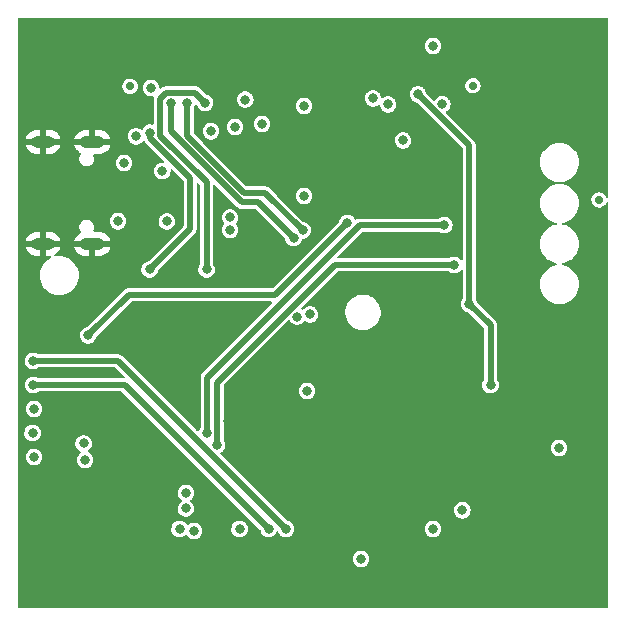
<source format=gbr>
G04 #@! TF.GenerationSoftware,KiCad,Pcbnew,(5.99.0-10394-g2e15de97e0)*
G04 #@! TF.CreationDate,2021-07-16T10:39:39+02:00*
G04 #@! TF.ProjectId,TFGPS01B,54464750-5330-4314-922e-6b696361645f,REV*
G04 #@! TF.SameCoordinates,Original*
G04 #@! TF.FileFunction,Copper,L2,Inr*
G04 #@! TF.FilePolarity,Positive*
%FSLAX46Y46*%
G04 Gerber Fmt 4.6, Leading zero omitted, Abs format (unit mm)*
G04 Created by KiCad (PCBNEW (5.99.0-10394-g2e15de97e0)) date 2021-07-16 10:39:39*
%MOMM*%
%LPD*%
G01*
G04 APERTURE LIST*
G04 #@! TA.AperFunction,ComponentPad*
%ADD10C,6.000000*%
G04 #@! TD*
G04 #@! TA.AperFunction,ComponentPad*
%ADD11O,2.000000X1.000000*%
G04 #@! TD*
G04 #@! TA.AperFunction,ComponentPad*
%ADD12O,2.100000X1.050000*%
G04 #@! TD*
G04 #@! TA.AperFunction,ViaPad*
%ADD13C,0.800000*%
G04 #@! TD*
G04 #@! TA.AperFunction,ViaPad*
%ADD14C,0.700000*%
G04 #@! TD*
G04 #@! TA.AperFunction,ViaPad*
%ADD15C,0.600000*%
G04 #@! TD*
G04 #@! TA.AperFunction,Conductor*
%ADD16C,0.500000*%
G04 #@! TD*
G04 APERTURE END LIST*
D10*
X45420000Y5380000D03*
X5380000Y5380000D03*
X45420000Y45420000D03*
X5380000Y45420000D03*
D11*
X2540000Y31240000D03*
X2540000Y39880000D03*
D12*
X6720000Y31240000D03*
X6720000Y39880000D03*
D13*
X19685000Y28575000D03*
X40640000Y48260000D03*
X36423600Y19812000D03*
X11430000Y12700000D03*
X18223610Y16246499D03*
X3810000Y38100000D03*
X3810000Y33020000D03*
X33426400Y23977600D03*
D14*
X34578000Y11430000D03*
D13*
X31115000Y38735000D03*
D15*
X44831000Y39624000D03*
D13*
X10160000Y9525000D03*
D14*
X35526400Y11430000D03*
D13*
X28549600Y19202400D03*
X41910000Y16510000D03*
X37388800Y28041600D03*
D14*
X32867600Y14173200D03*
D13*
X30073600Y20218400D03*
X9525000Y49530000D03*
D14*
X22961600Y14528800D03*
D13*
X16510000Y24765000D03*
D14*
X30784400Y11430000D03*
D13*
X32004000Y25400000D03*
X28448000Y20421600D03*
X31699200Y26466800D03*
D14*
X25857200Y12446000D03*
D13*
X31750000Y6985000D03*
X24130000Y44450000D03*
X11430000Y11430000D03*
X30480000Y22453600D03*
X35560000Y37465000D03*
X20747970Y28367969D03*
X31242000Y21742400D03*
D14*
X34300065Y13919200D03*
D13*
X29845000Y38735000D03*
X10160000Y8255000D03*
X33375600Y19050000D03*
X25247600Y16560800D03*
X40640000Y5080000D03*
X29667200Y23164800D03*
X15240000Y23495000D03*
X35610800Y27838400D03*
D14*
X24079200Y14427200D03*
D13*
X35356800Y21640800D03*
X29260800Y22199600D03*
D14*
X29870400Y11430000D03*
D13*
X31140400Y27381200D03*
X16510000Y21590000D03*
X32054800Y14325600D03*
X36423600Y20878800D03*
X8890000Y5080000D03*
X31115000Y37465000D03*
X27381200Y25298400D03*
X27076400Y19304000D03*
D14*
X34188400Y17475200D03*
D13*
X32715200Y24688800D03*
X17780000Y23495000D03*
X29845000Y37465000D03*
X9525000Y48260000D03*
X8890000Y2540000D03*
D15*
X43688000Y39624000D03*
D14*
X24790400Y12446000D03*
D13*
X41910000Y48260000D03*
X8890000Y3810000D03*
X35864800Y16814800D03*
X8890000Y1270000D03*
X35560000Y38735000D03*
D14*
X26568400Y14478000D03*
D13*
X37592000Y21209000D03*
X13335000Y11430000D03*
X38201600Y17780000D03*
X30861000Y40894000D03*
X28143200Y27279600D03*
X27178000Y4826000D03*
X28575000Y37465000D03*
X27482800Y26466800D03*
X29057600Y27736800D03*
X28575000Y38735000D03*
X28549600Y21488400D03*
X41275000Y6350000D03*
X36423600Y18694400D03*
D14*
X32681200Y11430000D03*
X31732800Y11430000D03*
D13*
X27686000Y24180800D03*
X3810000Y36830000D03*
D15*
X34338884Y12864203D03*
D13*
X41275000Y18415000D03*
X28575000Y44450000D03*
D15*
X39497000Y37211000D03*
D13*
X33324800Y20167600D03*
X29972000Y14325600D03*
X25857200Y11125200D03*
X3810000Y35560000D03*
X12065000Y20320000D03*
D14*
X24790400Y13716000D03*
D13*
X24130000Y45720000D03*
X30124400Y18084800D03*
X33324800Y27178000D03*
X3810000Y34290000D03*
X11430000Y8255000D03*
X35814000Y24130000D03*
X27432000Y22199600D03*
X27686000Y14732000D03*
X31013400Y14325600D03*
X38354000Y20320000D03*
X10160000Y16510000D03*
X13335000Y12700000D03*
X36830000Y37465000D03*
X24688800Y11074400D03*
X11430000Y9525000D03*
X49530000Y13970000D03*
X36830000Y38735000D03*
X28702000Y17729200D03*
X28854400Y14579600D03*
X21742400Y16052800D03*
D14*
X33477200Y18034000D03*
X21590000Y14224000D03*
D13*
X28575000Y40005000D03*
D14*
X33629600Y11430000D03*
D13*
X36525200Y17576800D03*
X28549600Y23418800D03*
X30124400Y27736800D03*
X26670000Y45720000D03*
D14*
X25806400Y13766800D03*
D13*
X28305725Y33013021D03*
X6350000Y23495000D03*
X24638000Y35306000D03*
X24638000Y42926000D03*
X24892000Y18796000D03*
X35560000Y48006000D03*
D14*
X49614001Y34967999D03*
D13*
X29464000Y4572000D03*
D14*
X9906000Y44577000D03*
D13*
X46228000Y13970000D03*
D14*
X38925500Y44640500D03*
D13*
X14626252Y8843348D03*
X36331688Y43062688D03*
X31750000Y43053000D03*
X37338000Y29464000D03*
X17272000Y14224000D03*
X6096000Y12954000D03*
X38608000Y26162000D03*
X34290000Y43903000D03*
X40424999Y19288997D03*
X14097000Y7112000D03*
X38030074Y8692139D03*
X16421990Y15212785D03*
X36499999Y32842001D03*
X5969000Y14351000D03*
X14630400Y10160000D03*
X33020000Y40005000D03*
X19177000Y7112000D03*
X35560000Y7112000D03*
X1727200Y19304000D03*
X21639041Y7101959D03*
X21082000Y41402000D03*
X11596000Y40654794D03*
X23114000Y7112000D03*
X11557000Y29083000D03*
X1676400Y21336000D03*
X1651000Y15240000D03*
X16764000Y40779989D03*
X1778000Y17272000D03*
X18796000Y41148000D03*
X13335000Y43180000D03*
X23749000Y31750000D03*
X24517223Y32390186D03*
X14732000Y43180000D03*
X16383000Y29083000D03*
X1778000Y13208000D03*
X16256000Y43180000D03*
X11684000Y44450000D03*
X19655000Y43464000D03*
X18359977Y32429000D03*
X24057948Y25091052D03*
X25146000Y25273000D03*
X18359977Y33479000D03*
X15324759Y6942759D03*
X30480000Y43561000D03*
X9398000Y38100000D03*
X8877000Y33160000D03*
X13019000Y33147000D03*
X12640000Y37410000D03*
X10400000Y40350000D03*
D16*
X22216704Y26924000D02*
X28305725Y33013021D01*
X9779000Y26924000D02*
X22216704Y26924000D01*
X6350000Y23495000D02*
X9779000Y26924000D01*
X27228800Y29464000D02*
X17272000Y19507200D01*
X17272000Y19507200D02*
X17272000Y14224000D01*
X37338000Y29464000D02*
X27228800Y29464000D01*
X38608000Y26162000D02*
X40424999Y24345001D01*
X36830000Y41363000D02*
X34290000Y43903000D01*
X40424999Y24345001D02*
X40424999Y19288997D01*
X36830000Y41363000D02*
X38608000Y39585000D01*
X38608000Y39585000D02*
X38608000Y26162000D01*
X36499999Y32842001D02*
X29336801Y32842001D01*
X16421990Y19927190D02*
X16421990Y15212785D01*
X29336801Y32842001D02*
X16421990Y19927190D01*
X21639041Y7101959D02*
X9437000Y19304000D01*
X9437000Y19304000D02*
X1727200Y19304000D01*
X11596000Y40220000D02*
X11596000Y40654794D01*
X14986000Y36830000D02*
X11596000Y40220000D01*
X11557000Y29083000D02*
X14986000Y32512000D01*
X8890000Y21336000D02*
X1676400Y21336000D01*
X23114000Y7112000D02*
X8890000Y21336000D01*
X14986000Y32512000D02*
X14986000Y36830000D01*
X11595999Y29121999D02*
X11557000Y29083000D01*
X13335000Y40778998D02*
X13335000Y43180000D01*
X20739999Y34759001D02*
X19354997Y34759001D01*
X23749000Y31750000D02*
X20739999Y34759001D01*
X19354997Y34759001D02*
X13335000Y40778998D01*
X14732000Y41910000D02*
X14732000Y43180000D01*
X24517223Y32390186D02*
X21347409Y35560000D01*
X19558000Y35560000D02*
X15748000Y39370000D01*
X14732000Y40386000D02*
X14732000Y41910000D01*
X15748000Y39370000D02*
X14732000Y40386000D01*
X21347409Y35560000D02*
X19558000Y35560000D01*
X15024999Y44030001D02*
X12926999Y44030001D01*
X16344001Y29121999D02*
X16383000Y29083000D01*
X12926999Y44030001D02*
X12446000Y43549002D01*
X15024999Y44030001D02*
X15405999Y44030001D01*
X16383000Y36449000D02*
X16383000Y29083000D01*
X12446000Y40386000D02*
X16383000Y36449000D01*
X15405999Y44030001D02*
X16256000Y43180000D01*
X12446000Y43549002D02*
X12446000Y40386000D01*
G04 #@! TA.AperFunction,Conductor*
G36*
X50364208Y50375178D02*
G01*
X50394648Y50322455D01*
X50396000Y50307000D01*
X50396000Y35226055D01*
X50375178Y35168847D01*
X50322455Y35138407D01*
X50262500Y35148979D01*
X50224250Y35193292D01*
X50190480Y35278586D01*
X50188420Y35283789D01*
X50091840Y35416720D01*
X50084756Y35422581D01*
X50013593Y35481451D01*
X49965235Y35521456D01*
X49816562Y35591417D01*
X49655160Y35622206D01*
X49592865Y35618286D01*
X49496765Y35612240D01*
X49496764Y35612240D01*
X49491173Y35611888D01*
X49485848Y35610158D01*
X49485844Y35610157D01*
X49428169Y35591417D01*
X49334903Y35561113D01*
X49196170Y35473070D01*
X49083690Y35353292D01*
X49080994Y35348387D01*
X49080992Y35348385D01*
X49042620Y35278586D01*
X49004533Y35209305D01*
X49003142Y35203888D01*
X49003141Y35203885D01*
X48996798Y35179181D01*
X48963670Y35050155D01*
X48963670Y34885843D01*
X48977283Y34832826D01*
X49000422Y34742706D01*
X49004533Y34726693D01*
X49007230Y34721788D01*
X49007230Y34721787D01*
X49071737Y34604449D01*
X49083690Y34582706D01*
X49196170Y34462928D01*
X49334903Y34374885D01*
X49380985Y34359912D01*
X49485844Y34325841D01*
X49485848Y34325840D01*
X49491173Y34324110D01*
X49496764Y34323758D01*
X49496765Y34323758D01*
X49592865Y34317712D01*
X49655160Y34313792D01*
X49816562Y34344581D01*
X49965235Y34414542D01*
X50091840Y34519278D01*
X50188420Y34652209D01*
X50224250Y34742706D01*
X50264669Y34788232D01*
X50324896Y34797125D01*
X50376749Y34765225D01*
X50396000Y34709943D01*
X50396000Y493000D01*
X50375178Y435792D01*
X50322455Y405352D01*
X50307000Y404000D01*
X493000Y404000D01*
X435792Y424822D01*
X405352Y477545D01*
X404000Y493000D01*
X404000Y4579388D01*
X28758539Y4579388D01*
X28759127Y4574062D01*
X28759127Y4574060D01*
X28759355Y4572000D01*
X28777140Y4410898D01*
X28835395Y4251710D01*
X28929940Y4111012D01*
X28933908Y4107402D01*
X28933910Y4107399D01*
X29051346Y4000540D01*
X29055317Y3996927D01*
X29204288Y3916043D01*
X29368253Y3873027D01*
X29450925Y3871729D01*
X29532377Y3870449D01*
X29532380Y3870449D01*
X29537745Y3870365D01*
X29542975Y3871563D01*
X29542977Y3871563D01*
X29697750Y3907011D01*
X29697751Y3907011D01*
X29702980Y3908209D01*
X29777613Y3945746D01*
X29849627Y3981964D01*
X29849629Y3981966D01*
X29854418Y3984374D01*
X29983316Y4094464D01*
X30082234Y4232123D01*
X30145461Y4389403D01*
X30169345Y4557225D01*
X30169500Y4572000D01*
X30149135Y4740285D01*
X30089217Y4898855D01*
X30049874Y4956100D01*
X29996245Y5034131D01*
X29996241Y5034135D01*
X29993203Y5038556D01*
X29983055Y5047598D01*
X29870645Y5147751D01*
X29866638Y5151321D01*
X29854090Y5157965D01*
X29721572Y5228130D01*
X29721570Y5228131D01*
X29716829Y5230641D01*
X29706435Y5233252D01*
X29557622Y5270631D01*
X29557623Y5270631D01*
X29552423Y5271937D01*
X29474865Y5272343D01*
X29388275Y5272796D01*
X29388274Y5272796D01*
X29382912Y5272824D01*
X29218082Y5233252D01*
X29067450Y5155505D01*
X28939711Y5044072D01*
X28842240Y4905385D01*
X28780665Y4747451D01*
X28758539Y4579388D01*
X404000Y4579388D01*
X404000Y7119388D01*
X13391539Y7119388D01*
X13392127Y7114062D01*
X13392127Y7114060D01*
X13400192Y7041012D01*
X13410140Y6950898D01*
X13468395Y6791710D01*
X13562940Y6651012D01*
X13566908Y6647402D01*
X13566910Y6647399D01*
X13620626Y6598521D01*
X13688317Y6536927D01*
X13837288Y6456043D01*
X14001253Y6413027D01*
X14083925Y6411729D01*
X14165377Y6410449D01*
X14165380Y6410449D01*
X14170745Y6410365D01*
X14175975Y6411563D01*
X14175977Y6411563D01*
X14330750Y6447011D01*
X14330751Y6447011D01*
X14335980Y6448209D01*
X14474379Y6517816D01*
X14482627Y6521964D01*
X14482629Y6521966D01*
X14487418Y6524374D01*
X14585963Y6608540D01*
X14642987Y6629861D01*
X14700375Y6609539D01*
X14717632Y6590506D01*
X14790699Y6481771D01*
X14794667Y6478161D01*
X14794669Y6478158D01*
X14912105Y6371299D01*
X14916076Y6367686D01*
X15065047Y6286802D01*
X15229012Y6243786D01*
X15311684Y6242488D01*
X15393136Y6241208D01*
X15393139Y6241208D01*
X15398504Y6241124D01*
X15403734Y6242322D01*
X15403736Y6242322D01*
X15558509Y6277770D01*
X15558510Y6277770D01*
X15563739Y6278968D01*
X15638372Y6316505D01*
X15710386Y6352723D01*
X15710388Y6352725D01*
X15715177Y6355133D01*
X15844075Y6465223D01*
X15942993Y6602882D01*
X16006220Y6760162D01*
X16030104Y6927984D01*
X16030259Y6942759D01*
X16009894Y7111044D01*
X16006741Y7119388D01*
X18471539Y7119388D01*
X18472127Y7114062D01*
X18472127Y7114060D01*
X18480192Y7041012D01*
X18490140Y6950898D01*
X18548395Y6791710D01*
X18642940Y6651012D01*
X18646908Y6647402D01*
X18646910Y6647399D01*
X18700626Y6598521D01*
X18768317Y6536927D01*
X18917288Y6456043D01*
X19081253Y6413027D01*
X19163925Y6411729D01*
X19245377Y6410449D01*
X19245380Y6410449D01*
X19250745Y6410365D01*
X19255975Y6411563D01*
X19255977Y6411563D01*
X19410750Y6447011D01*
X19410751Y6447011D01*
X19415980Y6448209D01*
X19554379Y6517816D01*
X19562627Y6521964D01*
X19562629Y6521966D01*
X19567418Y6524374D01*
X19696316Y6634464D01*
X19795234Y6772123D01*
X19858461Y6929403D01*
X19882345Y7097225D01*
X19882500Y7112000D01*
X19862135Y7280285D01*
X19802217Y7438855D01*
X19743292Y7524591D01*
X19709245Y7574131D01*
X19709241Y7574135D01*
X19706203Y7578556D01*
X19696055Y7587598D01*
X19583645Y7687751D01*
X19579638Y7691321D01*
X19567090Y7697965D01*
X19434572Y7768130D01*
X19434570Y7768131D01*
X19429829Y7770641D01*
X19419435Y7773252D01*
X19270622Y7810631D01*
X19270623Y7810631D01*
X19265423Y7811937D01*
X19187865Y7812343D01*
X19101275Y7812796D01*
X19101274Y7812796D01*
X19095912Y7812824D01*
X18931082Y7773252D01*
X18780450Y7695505D01*
X18652711Y7584072D01*
X18555240Y7445385D01*
X18493665Y7287451D01*
X18471539Y7119388D01*
X16006741Y7119388D01*
X15949976Y7269614D01*
X15894165Y7350820D01*
X15857004Y7404890D01*
X15857000Y7404894D01*
X15853962Y7409315D01*
X15727397Y7522080D01*
X15714849Y7528724D01*
X15582331Y7598889D01*
X15582329Y7598890D01*
X15577588Y7601400D01*
X15567194Y7604011D01*
X15418381Y7641390D01*
X15418382Y7641390D01*
X15413182Y7642696D01*
X15335624Y7643102D01*
X15249034Y7643555D01*
X15249033Y7643555D01*
X15243671Y7643583D01*
X15078841Y7604011D01*
X14928209Y7526264D01*
X14919321Y7518510D01*
X14837145Y7446824D01*
X14780347Y7424907D01*
X14722750Y7444627D01*
X14705292Y7463481D01*
X14629245Y7574131D01*
X14629241Y7574135D01*
X14626203Y7578556D01*
X14616055Y7587598D01*
X14503645Y7687751D01*
X14499638Y7691321D01*
X14487090Y7697965D01*
X14354572Y7768130D01*
X14354570Y7768131D01*
X14349829Y7770641D01*
X14339435Y7773252D01*
X14190622Y7810631D01*
X14190623Y7810631D01*
X14185423Y7811937D01*
X14107865Y7812343D01*
X14021275Y7812796D01*
X14021274Y7812796D01*
X14015912Y7812824D01*
X13851082Y7773252D01*
X13700450Y7695505D01*
X13572711Y7584072D01*
X13475240Y7445385D01*
X13413665Y7287451D01*
X13391539Y7119388D01*
X404000Y7119388D01*
X404000Y8850736D01*
X13920791Y8850736D01*
X13921379Y8845410D01*
X13921379Y8845408D01*
X13938300Y8692139D01*
X13939392Y8682246D01*
X13997647Y8523058D01*
X14092192Y8382360D01*
X14096160Y8378750D01*
X14096162Y8378747D01*
X14213598Y8271888D01*
X14217569Y8268275D01*
X14366540Y8187391D01*
X14530505Y8144375D01*
X14613177Y8143077D01*
X14694629Y8141797D01*
X14694632Y8141797D01*
X14699997Y8141713D01*
X14705227Y8142911D01*
X14705229Y8142911D01*
X14860002Y8178359D01*
X14860003Y8178359D01*
X14865232Y8179557D01*
X14939865Y8217094D01*
X15011879Y8253312D01*
X15011881Y8253314D01*
X15016670Y8255722D01*
X15145568Y8365812D01*
X15244486Y8503471D01*
X15307713Y8660751D01*
X15331597Y8828573D01*
X15331752Y8843348D01*
X15311387Y9011633D01*
X15251469Y9170203D01*
X15212126Y9227448D01*
X15158497Y9305479D01*
X15158493Y9305483D01*
X15155455Y9309904D01*
X15149264Y9315420D01*
X15032896Y9419100D01*
X15032895Y9419101D01*
X15028890Y9422669D01*
X15024147Y9425180D01*
X15021212Y9427220D01*
X14986118Y9476966D01*
X14991211Y9537632D01*
X15020902Y9572275D01*
X15020818Y9572374D01*
X15021450Y9572914D01*
X15024896Y9575857D01*
X15024899Y9575859D01*
X15145633Y9678977D01*
X15149716Y9682464D01*
X15248634Y9820123D01*
X15311861Y9977403D01*
X15335745Y10145225D01*
X15335900Y10160000D01*
X15315535Y10328285D01*
X15255617Y10486855D01*
X15216274Y10544100D01*
X15162645Y10622131D01*
X15162641Y10622135D01*
X15159603Y10626556D01*
X15149455Y10635598D01*
X15037045Y10735751D01*
X15033038Y10739321D01*
X15020490Y10745965D01*
X14887972Y10816130D01*
X14887970Y10816131D01*
X14883229Y10818641D01*
X14872835Y10821252D01*
X14724022Y10858631D01*
X14724023Y10858631D01*
X14718823Y10859937D01*
X14641265Y10860343D01*
X14554675Y10860796D01*
X14554674Y10860796D01*
X14549312Y10860824D01*
X14384482Y10821252D01*
X14233850Y10743505D01*
X14106111Y10632072D01*
X14008640Y10493385D01*
X13947065Y10335451D01*
X13924939Y10167388D01*
X13925527Y10162062D01*
X13925527Y10162060D01*
X13925755Y10160000D01*
X13943540Y9998898D01*
X14001795Y9839710D01*
X14096340Y9699012D01*
X14100308Y9695402D01*
X14100310Y9695399D01*
X14217746Y9588540D01*
X14221717Y9584927D01*
X14226431Y9582367D01*
X14226436Y9582364D01*
X14227702Y9581677D01*
X14228208Y9581105D01*
X14230807Y9579258D01*
X14230377Y9578653D01*
X14268043Y9536082D01*
X14269637Y9475223D01*
X14235263Y9429853D01*
X14234469Y9429314D01*
X14229702Y9426853D01*
X14101963Y9315420D01*
X14004492Y9176733D01*
X13942917Y9018799D01*
X13920791Y8850736D01*
X404000Y8850736D01*
X404000Y13215388D01*
X1072539Y13215388D01*
X1073127Y13210062D01*
X1073127Y13210060D01*
X1081475Y13134449D01*
X1091140Y13046898D01*
X1149395Y12887710D01*
X1243940Y12747012D01*
X1247908Y12743402D01*
X1247910Y12743399D01*
X1362914Y12638753D01*
X1369317Y12632927D01*
X1518288Y12552043D01*
X1682253Y12509027D01*
X1764925Y12507729D01*
X1846377Y12506449D01*
X1846380Y12506449D01*
X1851745Y12506365D01*
X1856975Y12507563D01*
X1856977Y12507563D01*
X2011750Y12543011D01*
X2011751Y12543011D01*
X2016980Y12544209D01*
X2091613Y12581746D01*
X2163627Y12617964D01*
X2163629Y12617966D01*
X2168418Y12620374D01*
X2297316Y12730464D01*
X2396234Y12868123D01*
X2459461Y13025403D01*
X2483345Y13193225D01*
X2483500Y13208000D01*
X2463135Y13376285D01*
X2403217Y13534855D01*
X2347962Y13615252D01*
X2310245Y13670131D01*
X2310241Y13670135D01*
X2307203Y13674556D01*
X2297055Y13683598D01*
X2184645Y13783751D01*
X2180638Y13787321D01*
X2149407Y13803857D01*
X2035572Y13864130D01*
X2035570Y13864131D01*
X2030829Y13866641D01*
X2020435Y13869252D01*
X1871622Y13906631D01*
X1871623Y13906631D01*
X1866423Y13907937D01*
X1788865Y13908343D01*
X1702275Y13908796D01*
X1702274Y13908796D01*
X1696912Y13908824D01*
X1532082Y13869252D01*
X1381450Y13791505D01*
X1253711Y13680072D01*
X1222108Y13635106D01*
X1160739Y13547786D01*
X1156240Y13541385D01*
X1094665Y13383451D01*
X1072539Y13215388D01*
X404000Y13215388D01*
X404000Y14358388D01*
X5263539Y14358388D01*
X5264127Y14353062D01*
X5264127Y14353060D01*
X5280326Y14206332D01*
X5282140Y14189898D01*
X5340395Y14030710D01*
X5434940Y13890012D01*
X5438908Y13886402D01*
X5438910Y13886399D01*
X5553178Y13782423D01*
X5560317Y13775927D01*
X5565035Y13773366D01*
X5565034Y13773366D01*
X5705519Y13697089D01*
X5745859Y13651493D01*
X5747453Y13590634D01*
X5709554Y13542989D01*
X5704353Y13540058D01*
X5704216Y13539965D01*
X5699450Y13537505D01*
X5571711Y13426072D01*
X5539306Y13379964D01*
X5492976Y13314043D01*
X5474240Y13287385D01*
X5412665Y13129451D01*
X5390539Y12961388D01*
X5391127Y12956062D01*
X5391127Y12956060D01*
X5401317Y12863762D01*
X5409140Y12792898D01*
X5467395Y12633710D01*
X5561940Y12493012D01*
X5565908Y12489402D01*
X5565910Y12489399D01*
X5683346Y12382540D01*
X5687317Y12378927D01*
X5836288Y12298043D01*
X6000253Y12255027D01*
X6082925Y12253729D01*
X6164377Y12252449D01*
X6164380Y12252449D01*
X6169745Y12252365D01*
X6174975Y12253563D01*
X6174977Y12253563D01*
X6329750Y12289011D01*
X6329751Y12289011D01*
X6334980Y12290209D01*
X6409613Y12327746D01*
X6481627Y12363964D01*
X6481629Y12363966D01*
X6486418Y12366374D01*
X6615316Y12476464D01*
X6714234Y12614123D01*
X6777461Y12771403D01*
X6801345Y12939225D01*
X6801500Y12954000D01*
X6781135Y13122285D01*
X6721217Y13280855D01*
X6654360Y13378133D01*
X6628245Y13416131D01*
X6628241Y13416135D01*
X6625203Y13420556D01*
X6615055Y13429598D01*
X6502645Y13529751D01*
X6498638Y13533321D01*
X6480379Y13542989D01*
X6360025Y13606713D01*
X6319210Y13651884D01*
X6316979Y13712723D01*
X6352419Y13759498D01*
X6354624Y13760963D01*
X6359418Y13763374D01*
X6363496Y13766857D01*
X6363499Y13766859D01*
X6480504Y13866792D01*
X6488316Y13873464D01*
X6587234Y14011123D01*
X6650461Y14168403D01*
X6674345Y14336225D01*
X6674500Y14351000D01*
X6654135Y14519285D01*
X6594217Y14677855D01*
X6554874Y14735100D01*
X6501245Y14813131D01*
X6501241Y14813135D01*
X6498203Y14817556D01*
X6488055Y14826598D01*
X6375645Y14926751D01*
X6371638Y14930321D01*
X6359090Y14936965D01*
X6226572Y15007130D01*
X6226570Y15007131D01*
X6221829Y15009641D01*
X6211435Y15012252D01*
X6062622Y15049631D01*
X6062623Y15049631D01*
X6057423Y15050937D01*
X5979865Y15051343D01*
X5893275Y15051796D01*
X5893274Y15051796D01*
X5887912Y15051824D01*
X5723082Y15012252D01*
X5572450Y14934505D01*
X5444711Y14823072D01*
X5347240Y14684385D01*
X5285665Y14526451D01*
X5263539Y14358388D01*
X404000Y14358388D01*
X404000Y15247388D01*
X945539Y15247388D01*
X946127Y15242062D01*
X946127Y15242060D01*
X946355Y15240000D01*
X964140Y15078898D01*
X1022395Y14919710D01*
X1116940Y14779012D01*
X1120908Y14775402D01*
X1120910Y14775399D01*
X1235836Y14670824D01*
X1242317Y14664927D01*
X1391288Y14584043D01*
X1555253Y14541027D01*
X1637925Y14539729D01*
X1719377Y14538449D01*
X1719380Y14538449D01*
X1724745Y14538365D01*
X1729975Y14539563D01*
X1729977Y14539563D01*
X1884750Y14575011D01*
X1884751Y14575011D01*
X1889980Y14576209D01*
X1964613Y14613746D01*
X2036627Y14649964D01*
X2036629Y14649966D01*
X2041418Y14652374D01*
X2170316Y14762464D01*
X2269234Y14900123D01*
X2332461Y15057403D01*
X2356345Y15225225D01*
X2356500Y15240000D01*
X2336135Y15408285D01*
X2276217Y15566855D01*
X2201404Y15675709D01*
X2183245Y15702131D01*
X2183241Y15702135D01*
X2180203Y15706556D01*
X2170055Y15715598D01*
X2057645Y15815751D01*
X2053638Y15819321D01*
X2041090Y15825965D01*
X1908572Y15896130D01*
X1908570Y15896131D01*
X1903829Y15898641D01*
X1893435Y15901252D01*
X1744622Y15938631D01*
X1744623Y15938631D01*
X1739423Y15939937D01*
X1661865Y15940343D01*
X1575275Y15940796D01*
X1575274Y15940796D01*
X1569912Y15940824D01*
X1405082Y15901252D01*
X1254450Y15823505D01*
X1126711Y15712072D01*
X1029240Y15573385D01*
X967665Y15415451D01*
X945539Y15247388D01*
X404000Y15247388D01*
X404000Y17279388D01*
X1072539Y17279388D01*
X1073127Y17274062D01*
X1073127Y17274060D01*
X1073355Y17272000D01*
X1091140Y17110898D01*
X1149395Y16951710D01*
X1243940Y16811012D01*
X1247908Y16807402D01*
X1247910Y16807399D01*
X1365346Y16700540D01*
X1369317Y16696927D01*
X1518288Y16616043D01*
X1682253Y16573027D01*
X1764925Y16571729D01*
X1846377Y16570449D01*
X1846380Y16570449D01*
X1851745Y16570365D01*
X1856975Y16571563D01*
X1856977Y16571563D01*
X2011750Y16607011D01*
X2011751Y16607011D01*
X2016980Y16608209D01*
X2091613Y16645746D01*
X2163627Y16681964D01*
X2163629Y16681966D01*
X2168418Y16684374D01*
X2297316Y16794464D01*
X2396234Y16932123D01*
X2459461Y17089403D01*
X2483345Y17257225D01*
X2483500Y17272000D01*
X2463135Y17440285D01*
X2403217Y17598855D01*
X2363874Y17656100D01*
X2310245Y17734131D01*
X2310241Y17734135D01*
X2307203Y17738556D01*
X2297055Y17747598D01*
X2184645Y17847751D01*
X2180638Y17851321D01*
X2168090Y17857965D01*
X2035572Y17928130D01*
X2035570Y17928131D01*
X2030829Y17930641D01*
X2020435Y17933252D01*
X1871622Y17970631D01*
X1871623Y17970631D01*
X1866423Y17971937D01*
X1788865Y17972343D01*
X1702275Y17972796D01*
X1702274Y17972796D01*
X1696912Y17972824D01*
X1532082Y17933252D01*
X1381450Y17855505D01*
X1253711Y17744072D01*
X1156240Y17605385D01*
X1094665Y17447451D01*
X1072539Y17279388D01*
X404000Y17279388D01*
X404000Y21343388D01*
X970939Y21343388D01*
X989540Y21174898D01*
X1047795Y21015710D01*
X1142340Y20875012D01*
X1146308Y20871402D01*
X1146310Y20871399D01*
X1263746Y20764540D01*
X1267717Y20760927D01*
X1416688Y20680043D01*
X1580653Y20637027D01*
X1663325Y20635729D01*
X1744777Y20634449D01*
X1744780Y20634449D01*
X1750145Y20634365D01*
X1755375Y20635563D01*
X1755377Y20635563D01*
X1910150Y20671011D01*
X1910151Y20671011D01*
X1915380Y20672209D01*
X1990013Y20709746D01*
X2062027Y20745964D01*
X2062029Y20745966D01*
X2066818Y20748374D01*
X2070900Y20751860D01*
X2085321Y20764176D01*
X2143121Y20785500D01*
X8625110Y20785500D01*
X8682318Y20764678D01*
X8688043Y20759433D01*
X9441043Y20006433D01*
X9466771Y19951257D01*
X9451015Y19892452D01*
X9401145Y19857533D01*
X9378110Y19854500D01*
X2196083Y19854500D01*
X2136880Y19877047D01*
X2133845Y19879751D01*
X2133844Y19879751D01*
X2129838Y19883321D01*
X2091234Y19903761D01*
X1984772Y19960130D01*
X1984770Y19960131D01*
X1980029Y19962641D01*
X1969635Y19965252D01*
X1820822Y20002631D01*
X1820823Y20002631D01*
X1815623Y20003937D01*
X1738065Y20004343D01*
X1651475Y20004796D01*
X1651474Y20004796D01*
X1646112Y20004824D01*
X1481282Y19965252D01*
X1330650Y19887505D01*
X1202911Y19776072D01*
X1105440Y19637385D01*
X1043865Y19479451D01*
X1021739Y19311388D01*
X1022327Y19306062D01*
X1022327Y19306060D01*
X1026736Y19266128D01*
X1040340Y19142898D01*
X1098595Y18983710D01*
X1193140Y18843012D01*
X1197108Y18839402D01*
X1197110Y18839399D01*
X1314546Y18732540D01*
X1318517Y18728927D01*
X1467488Y18648043D01*
X1631453Y18605027D01*
X1714125Y18603729D01*
X1795577Y18602449D01*
X1795580Y18602449D01*
X1800945Y18602365D01*
X1806175Y18603563D01*
X1806177Y18603563D01*
X1960950Y18639011D01*
X1960951Y18639011D01*
X1966180Y18640209D01*
X2112747Y18713924D01*
X2112827Y18713964D01*
X2112829Y18713966D01*
X2117618Y18716374D01*
X2121700Y18719860D01*
X2136121Y18732176D01*
X2193921Y18753500D01*
X9172110Y18753500D01*
X9229318Y18732678D01*
X9235043Y18727433D01*
X20921464Y7041012D01*
X20946994Y6987844D01*
X20951073Y6950898D01*
X20952181Y6940857D01*
X21010436Y6781669D01*
X21104981Y6640971D01*
X21108949Y6637361D01*
X21108951Y6637358D01*
X21226387Y6530499D01*
X21230358Y6526886D01*
X21379329Y6446002D01*
X21543294Y6402986D01*
X21625966Y6401688D01*
X21707418Y6400408D01*
X21707421Y6400408D01*
X21712786Y6400324D01*
X21718016Y6401522D01*
X21718018Y6401522D01*
X21872791Y6436970D01*
X21872792Y6436970D01*
X21878021Y6438168D01*
X21973574Y6486226D01*
X22024668Y6511923D01*
X22024670Y6511925D01*
X22029459Y6514333D01*
X22158357Y6624423D01*
X22257275Y6762082D01*
X22295887Y6858131D01*
X22336544Y6903444D01*
X22396817Y6912022D01*
X22448501Y6879851D01*
X22462043Y6855521D01*
X22483549Y6796753D01*
X22483551Y6796749D01*
X22485395Y6791710D01*
X22579940Y6651012D01*
X22583908Y6647402D01*
X22583910Y6647399D01*
X22637626Y6598521D01*
X22705317Y6536927D01*
X22854288Y6456043D01*
X23018253Y6413027D01*
X23100925Y6411729D01*
X23182377Y6410449D01*
X23182380Y6410449D01*
X23187745Y6410365D01*
X23192975Y6411563D01*
X23192977Y6411563D01*
X23347750Y6447011D01*
X23347751Y6447011D01*
X23352980Y6448209D01*
X23491379Y6517816D01*
X23499627Y6521964D01*
X23499629Y6521966D01*
X23504418Y6524374D01*
X23633316Y6634464D01*
X23732234Y6772123D01*
X23795461Y6929403D01*
X23819345Y7097225D01*
X23819500Y7112000D01*
X23818606Y7119388D01*
X34854539Y7119388D01*
X34855127Y7114062D01*
X34855127Y7114060D01*
X34863192Y7041012D01*
X34873140Y6950898D01*
X34931395Y6791710D01*
X35025940Y6651012D01*
X35029908Y6647402D01*
X35029910Y6647399D01*
X35083626Y6598521D01*
X35151317Y6536927D01*
X35300288Y6456043D01*
X35464253Y6413027D01*
X35546925Y6411729D01*
X35628377Y6410449D01*
X35628380Y6410449D01*
X35633745Y6410365D01*
X35638975Y6411563D01*
X35638977Y6411563D01*
X35793750Y6447011D01*
X35793751Y6447011D01*
X35798980Y6448209D01*
X35937379Y6517816D01*
X35945627Y6521964D01*
X35945629Y6521966D01*
X35950418Y6524374D01*
X36079316Y6634464D01*
X36178234Y6772123D01*
X36241461Y6929403D01*
X36265345Y7097225D01*
X36265500Y7112000D01*
X36245135Y7280285D01*
X36185217Y7438855D01*
X36126292Y7524591D01*
X36092245Y7574131D01*
X36092241Y7574135D01*
X36089203Y7578556D01*
X36079055Y7587598D01*
X35966645Y7687751D01*
X35962638Y7691321D01*
X35950090Y7697965D01*
X35817572Y7768130D01*
X35817570Y7768131D01*
X35812829Y7770641D01*
X35802435Y7773252D01*
X35653622Y7810631D01*
X35653623Y7810631D01*
X35648423Y7811937D01*
X35570865Y7812343D01*
X35484275Y7812796D01*
X35484274Y7812796D01*
X35478912Y7812824D01*
X35314082Y7773252D01*
X35163450Y7695505D01*
X35035711Y7584072D01*
X34938240Y7445385D01*
X34876665Y7287451D01*
X34854539Y7119388D01*
X23818606Y7119388D01*
X23799135Y7280285D01*
X23739217Y7438855D01*
X23680292Y7524591D01*
X23646245Y7574131D01*
X23646241Y7574135D01*
X23643203Y7578556D01*
X23633055Y7587598D01*
X23520645Y7687751D01*
X23516638Y7691321D01*
X23504090Y7697965D01*
X23371572Y7768130D01*
X23371570Y7768131D01*
X23366829Y7770641D01*
X23356435Y7773252D01*
X23327164Y7780604D01*
X23213146Y7809244D01*
X23171896Y7832629D01*
X22304998Y8699527D01*
X37324613Y8699527D01*
X37325201Y8694201D01*
X37325201Y8694199D01*
X37329444Y8655771D01*
X37343214Y8531037D01*
X37401469Y8371849D01*
X37496014Y8231151D01*
X37499982Y8227541D01*
X37499984Y8227538D01*
X37594212Y8141797D01*
X37621391Y8117066D01*
X37770362Y8036182D01*
X37934327Y7993166D01*
X38016999Y7991868D01*
X38098451Y7990588D01*
X38098454Y7990588D01*
X38103819Y7990504D01*
X38109049Y7991702D01*
X38109051Y7991702D01*
X38263824Y8027150D01*
X38263825Y8027150D01*
X38269054Y8028348D01*
X38343687Y8065885D01*
X38415701Y8102103D01*
X38415703Y8102105D01*
X38420492Y8104513D01*
X38549390Y8214603D01*
X38648308Y8352262D01*
X38711535Y8509542D01*
X38735419Y8677364D01*
X38735574Y8692139D01*
X38715209Y8860424D01*
X38655291Y9018994D01*
X38615948Y9076239D01*
X38562319Y9154270D01*
X38562315Y9154274D01*
X38559277Y9158695D01*
X38549129Y9167737D01*
X38436719Y9267890D01*
X38432712Y9271460D01*
X38420164Y9278104D01*
X38287646Y9348269D01*
X38287644Y9348270D01*
X38282903Y9350780D01*
X38272509Y9353391D01*
X38123696Y9390770D01*
X38123697Y9390770D01*
X38118497Y9392076D01*
X38040939Y9392482D01*
X37954349Y9392935D01*
X37954348Y9392935D01*
X37948986Y9392963D01*
X37784156Y9353391D01*
X37633524Y9275644D01*
X37505785Y9164211D01*
X37408314Y9025524D01*
X37346739Y8867590D01*
X37324613Y8699527D01*
X22304998Y8699527D01*
X17553722Y13450803D01*
X17527994Y13505979D01*
X17543750Y13564784D01*
X17576664Y13593245D01*
X17623970Y13617037D01*
X17657627Y13633964D01*
X17657629Y13633966D01*
X17662418Y13636374D01*
X17791316Y13746464D01*
X17890234Y13884123D01*
X17927727Y13977388D01*
X45522539Y13977388D01*
X45523127Y13972062D01*
X45523127Y13972060D01*
X45534749Y13866792D01*
X45541140Y13808898D01*
X45599395Y13649710D01*
X45693940Y13509012D01*
X45697908Y13505402D01*
X45697910Y13505399D01*
X45791151Y13420556D01*
X45819317Y13394927D01*
X45968288Y13314043D01*
X46132253Y13271027D01*
X46214925Y13269729D01*
X46296377Y13268449D01*
X46296380Y13268449D01*
X46301745Y13268365D01*
X46306975Y13269563D01*
X46306977Y13269563D01*
X46461750Y13305011D01*
X46461751Y13305011D01*
X46466980Y13306209D01*
X46595714Y13370955D01*
X46613627Y13379964D01*
X46613629Y13379966D01*
X46618418Y13382374D01*
X46747316Y13492464D01*
X46846234Y13630123D01*
X46909461Y13787403D01*
X46933345Y13955225D01*
X46933500Y13970000D01*
X46913135Y14138285D01*
X46853217Y14296855D01*
X46813874Y14354100D01*
X46760245Y14432131D01*
X46760241Y14432135D01*
X46757203Y14436556D01*
X46747055Y14445598D01*
X46634645Y14545751D01*
X46630638Y14549321D01*
X46618090Y14555965D01*
X46485572Y14626130D01*
X46485570Y14626131D01*
X46480829Y14628641D01*
X46470435Y14631252D01*
X46372478Y14655857D01*
X46316423Y14669937D01*
X46238865Y14670343D01*
X46152275Y14670796D01*
X46152274Y14670796D01*
X46146912Y14670824D01*
X45982082Y14631252D01*
X45831450Y14553505D01*
X45703711Y14442072D01*
X45606240Y14303385D01*
X45544665Y14145451D01*
X45522539Y13977388D01*
X17927727Y13977388D01*
X17953461Y14041403D01*
X17977345Y14209225D01*
X17977500Y14224000D01*
X17957135Y14392285D01*
X17897217Y14550855D01*
X17843756Y14628641D01*
X17838153Y14636794D01*
X17822500Y14687204D01*
X17822500Y18803388D01*
X24186539Y18803388D01*
X24187127Y18798062D01*
X24187127Y18798060D01*
X24203689Y18648043D01*
X24205140Y18634898D01*
X24263395Y18475710D01*
X24357940Y18335012D01*
X24361908Y18331402D01*
X24361910Y18331399D01*
X24479346Y18224540D01*
X24483317Y18220927D01*
X24632288Y18140043D01*
X24796253Y18097027D01*
X24878925Y18095729D01*
X24960377Y18094449D01*
X24960380Y18094449D01*
X24965745Y18094365D01*
X24970975Y18095563D01*
X24970977Y18095563D01*
X25125750Y18131011D01*
X25125751Y18131011D01*
X25130980Y18132209D01*
X25205613Y18169746D01*
X25277627Y18205964D01*
X25277629Y18205966D01*
X25282418Y18208374D01*
X25411316Y18318464D01*
X25510234Y18456123D01*
X25573461Y18613403D01*
X25597345Y18781225D01*
X25597500Y18796000D01*
X25577135Y18964285D01*
X25517217Y19122855D01*
X25477874Y19180100D01*
X25424245Y19258131D01*
X25424241Y19258135D01*
X25421203Y19262556D01*
X25411357Y19271329D01*
X25298645Y19371751D01*
X25294638Y19375321D01*
X25149908Y19451952D01*
X25149572Y19452130D01*
X25149570Y19452131D01*
X25144829Y19454641D01*
X25134435Y19457252D01*
X25046056Y19479451D01*
X24980423Y19495937D01*
X24902865Y19496343D01*
X24816275Y19496796D01*
X24816274Y19496796D01*
X24810912Y19496824D01*
X24646082Y19457252D01*
X24495450Y19379505D01*
X24367711Y19268072D01*
X24349606Y19242311D01*
X24283485Y19148230D01*
X24270240Y19129385D01*
X24208665Y18971451D01*
X24186539Y18803388D01*
X17822500Y18803388D01*
X17822500Y19242311D01*
X17843322Y19299519D01*
X17848568Y19305244D01*
X23306543Y24763218D01*
X23361718Y24788946D01*
X23420523Y24773190D01*
X23443345Y24749926D01*
X23464505Y24718436D01*
X23518901Y24637486D01*
X23523888Y24630064D01*
X23527856Y24626454D01*
X23527858Y24626451D01*
X23637998Y24526231D01*
X23649265Y24515979D01*
X23798236Y24435095D01*
X23962201Y24392079D01*
X24044873Y24390781D01*
X24126325Y24389501D01*
X24126328Y24389501D01*
X24131693Y24389417D01*
X24136923Y24390615D01*
X24136925Y24390615D01*
X24291698Y24426063D01*
X24291699Y24426063D01*
X24296928Y24427261D01*
X24371561Y24464798D01*
X24443575Y24501016D01*
X24443577Y24501018D01*
X24448366Y24503426D01*
X24577264Y24613516D01*
X24620232Y24673312D01*
X24670524Y24707619D01*
X24731103Y24701573D01*
X24737308Y24697911D01*
X24737317Y24697927D01*
X24886288Y24617043D01*
X25050253Y24574027D01*
X25132925Y24572729D01*
X25214377Y24571449D01*
X25214380Y24571449D01*
X25219745Y24571365D01*
X25224975Y24572563D01*
X25224977Y24572563D01*
X25379750Y24608011D01*
X25379751Y24608011D01*
X25384980Y24609209D01*
X25472411Y24653182D01*
X25531627Y24682964D01*
X25531629Y24682966D01*
X25536418Y24685374D01*
X25665316Y24795464D01*
X25764234Y24933123D01*
X25827461Y25090403D01*
X25851345Y25258225D01*
X25851500Y25273000D01*
X25842789Y25344982D01*
X28124167Y25344982D01*
X28161486Y25101104D01*
X28238135Y24866595D01*
X28352056Y24647755D01*
X28372846Y24620065D01*
X28497997Y24453379D01*
X28498001Y24453375D01*
X28500190Y24450459D01*
X28502828Y24447938D01*
X28517692Y24433734D01*
X28678558Y24280007D01*
X28882371Y24140975D01*
X29106154Y24037099D01*
X29109671Y24036124D01*
X29109670Y24036124D01*
X29340380Y23972142D01*
X29340384Y23972141D01*
X29343897Y23971167D01*
X29347522Y23970780D01*
X29347525Y23970779D01*
X29544276Y23949752D01*
X29546634Y23949500D01*
X29686815Y23949500D01*
X29871887Y23964716D01*
X30111171Y24024820D01*
X30114515Y24026274D01*
X30114518Y24026275D01*
X30240296Y24080965D01*
X30337425Y24123198D01*
X30340487Y24125179D01*
X30340491Y24125181D01*
X30541499Y24255219D01*
X30544574Y24257208D01*
X30727053Y24423251D01*
X30796515Y24511205D01*
X30877701Y24614004D01*
X30877704Y24614009D01*
X30879963Y24616869D01*
X30999197Y24832861D01*
X31081553Y25065426D01*
X31086949Y25095716D01*
X31115380Y25255332D01*
X31124819Y25308320D01*
X31127833Y25555018D01*
X31090514Y25798896D01*
X31013865Y26033405D01*
X30899944Y26252245D01*
X30841350Y26330285D01*
X30754003Y26446621D01*
X30753999Y26446625D01*
X30751810Y26449541D01*
X30573442Y26619993D01*
X30369629Y26759025D01*
X30145846Y26862901D01*
X30098367Y26876068D01*
X29911620Y26927858D01*
X29911616Y26927859D01*
X29908103Y26928833D01*
X29904478Y26929220D01*
X29904475Y26929221D01*
X29707724Y26950248D01*
X29705366Y26950500D01*
X29565185Y26950500D01*
X29380113Y26935284D01*
X29140829Y26875180D01*
X29137485Y26873726D01*
X29137482Y26873725D01*
X29066599Y26842904D01*
X28914575Y26776802D01*
X28911513Y26774821D01*
X28911509Y26774819D01*
X28787826Y26694805D01*
X28707426Y26642792D01*
X28524947Y26476749D01*
X28501153Y26446621D01*
X28374299Y26285996D01*
X28374296Y26285991D01*
X28372037Y26283131D01*
X28252803Y26067139D01*
X28251583Y26063693D01*
X28172739Y25841045D01*
X28170447Y25834574D01*
X28127181Y25591680D01*
X28127136Y25588034D01*
X28127136Y25588029D01*
X28126777Y25558625D01*
X28124167Y25344982D01*
X25842789Y25344982D01*
X25831135Y25441285D01*
X25771217Y25599855D01*
X25728410Y25662139D01*
X25678245Y25735131D01*
X25678241Y25735135D01*
X25675203Y25739556D01*
X25663826Y25749693D01*
X25552645Y25848751D01*
X25548638Y25852321D01*
X25536090Y25858965D01*
X25403572Y25929130D01*
X25403570Y25929131D01*
X25398829Y25931641D01*
X25388435Y25934252D01*
X25239622Y25971631D01*
X25239623Y25971631D01*
X25234423Y25972937D01*
X25156865Y25973343D01*
X25070275Y25973796D01*
X25070274Y25973796D01*
X25064912Y25973824D01*
X24900082Y25934252D01*
X24749450Y25856505D01*
X24621711Y25745072D01*
X24588206Y25697399D01*
X24584102Y25691559D01*
X24534172Y25656727D01*
X24473533Y25662139D01*
X24463045Y25668183D01*
X24460586Y25670373D01*
X24420573Y25691559D01*
X24405657Y25699457D01*
X24364842Y25744629D01*
X24362611Y25805467D01*
X24384370Y25841045D01*
X27430758Y28887433D01*
X27485934Y28913161D01*
X27493691Y28913500D01*
X36867879Y28913500D01*
X36919477Y28893542D01*
X36920973Y28895647D01*
X36925351Y28892536D01*
X36929317Y28888927D01*
X37078288Y28808043D01*
X37242253Y28765027D01*
X37324925Y28763729D01*
X37406377Y28762449D01*
X37406380Y28762449D01*
X37411745Y28762365D01*
X37416975Y28763563D01*
X37416977Y28763563D01*
X37571750Y28799011D01*
X37571751Y28799011D01*
X37576980Y28800209D01*
X37651613Y28837746D01*
X37723627Y28873964D01*
X37723629Y28873966D01*
X37728418Y28876374D01*
X37857316Y28986464D01*
X37896227Y29040614D01*
X37946517Y29074919D01*
X38007095Y29068873D01*
X38049615Y29025302D01*
X38057500Y28988677D01*
X38057500Y26624924D01*
X38041315Y26573749D01*
X37989329Y26499781D01*
X37989327Y26499778D01*
X37986240Y26495385D01*
X37924665Y26337451D01*
X37902539Y26169388D01*
X37903127Y26164062D01*
X37903127Y26164060D01*
X37914208Y26063693D01*
X37921140Y26000898D01*
X37979395Y25841710D01*
X38073940Y25701012D01*
X38077908Y25697402D01*
X38077910Y25697399D01*
X38195346Y25590540D01*
X38199317Y25586927D01*
X38348288Y25506043D01*
X38510902Y25463381D01*
X38551249Y25440227D01*
X39848432Y24143043D01*
X39874160Y24087868D01*
X39874499Y24080111D01*
X39874499Y19751921D01*
X39858314Y19700746D01*
X39806328Y19626778D01*
X39806326Y19626775D01*
X39803239Y19622382D01*
X39741664Y19464448D01*
X39719538Y19296385D01*
X39720126Y19291059D01*
X39720126Y19291057D01*
X39736483Y19142898D01*
X39738139Y19127895D01*
X39739982Y19122858D01*
X39739983Y19122855D01*
X39764244Y19056560D01*
X39796394Y18968707D01*
X39890939Y18828009D01*
X39894907Y18824399D01*
X39894909Y18824396D01*
X40009792Y18719860D01*
X40016316Y18713924D01*
X40165287Y18633040D01*
X40329252Y18590024D01*
X40411924Y18588726D01*
X40493376Y18587446D01*
X40493379Y18587446D01*
X40498744Y18587362D01*
X40503974Y18588560D01*
X40503976Y18588560D01*
X40658749Y18624008D01*
X40658750Y18624008D01*
X40663979Y18625206D01*
X40738612Y18662743D01*
X40810626Y18698961D01*
X40810628Y18698963D01*
X40815417Y18701371D01*
X40944315Y18811461D01*
X41043233Y18949120D01*
X41106460Y19106400D01*
X41130344Y19274222D01*
X41130499Y19288997D01*
X41110134Y19457282D01*
X41050216Y19615852D01*
X40991152Y19701791D01*
X40975499Y19752201D01*
X40975499Y24334937D01*
X40975577Y24338665D01*
X40977780Y24391218D01*
X40978034Y24397278D01*
X40972519Y24420793D01*
X40967704Y24441323D01*
X40966177Y24449565D01*
X40960861Y24488372D01*
X40960859Y24488380D01*
X40960036Y24494386D01*
X40952755Y24511211D01*
X40947788Y24526231D01*
X40944988Y24538169D01*
X40943603Y24544075D01*
X40921800Y24583734D01*
X40918120Y24591248D01*
X40908273Y24614004D01*
X40900154Y24632765D01*
X40896335Y24637480D01*
X40896332Y24637486D01*
X40888620Y24647009D01*
X40879794Y24660143D01*
X40873212Y24672115D01*
X40873211Y24672116D01*
X40870964Y24676204D01*
X40862408Y24686117D01*
X40837012Y24711513D01*
X40830779Y24718436D01*
X40809083Y24745228D01*
X40805265Y24749943D01*
X40788254Y24762032D01*
X40776884Y24771641D01*
X40085143Y25463382D01*
X39325177Y26223347D01*
X39299754Y26275588D01*
X39293780Y26324955D01*
X39293135Y26330285D01*
X39233217Y26488855D01*
X39174153Y26574794D01*
X39158500Y26625204D01*
X39158500Y34671000D01*
X44604500Y34671000D01*
X44624882Y34412023D01*
X44685526Y34159422D01*
X44784939Y33919419D01*
X44786767Y33916436D01*
X44786769Y33916432D01*
X44845895Y33819948D01*
X44920672Y33697922D01*
X45089385Y33500385D01*
X45286922Y33331672D01*
X45356015Y33289332D01*
X45505432Y33197769D01*
X45505436Y33197767D01*
X45508419Y33195939D01*
X45748422Y33096526D01*
X45964377Y33044680D01*
X45971204Y33043041D01*
X46021970Y33009439D01*
X46039261Y32951067D01*
X46014985Y32895237D01*
X45971204Y32869959D01*
X45748422Y32816474D01*
X45508419Y32717061D01*
X45505436Y32715233D01*
X45505432Y32715231D01*
X45431622Y32670000D01*
X45286922Y32581328D01*
X45089385Y32412615D01*
X44920672Y32215078D01*
X44875623Y32141564D01*
X44840815Y32084762D01*
X44784939Y31993581D01*
X44685526Y31753578D01*
X44624882Y31500977D01*
X44604500Y31242000D01*
X44624882Y30983023D01*
X44685526Y30730422D01*
X44784939Y30490419D01*
X44920672Y30268922D01*
X45089385Y30071385D01*
X45286922Y29902672D01*
X45351297Y29863223D01*
X45505432Y29768769D01*
X45505436Y29768767D01*
X45508419Y29766939D01*
X45748422Y29667526D01*
X45895212Y29632285D01*
X45971204Y29614041D01*
X46021970Y29580439D01*
X46039261Y29522067D01*
X46014985Y29466237D01*
X45971204Y29440959D01*
X45748422Y29387474D01*
X45508419Y29288061D01*
X45505436Y29286233D01*
X45505432Y29286231D01*
X45439708Y29245955D01*
X45286922Y29152328D01*
X45089385Y28983615D01*
X44920672Y28786078D01*
X44908607Y28766389D01*
X44789191Y28571519D01*
X44784939Y28564581D01*
X44685526Y28324578D01*
X44624882Y28071977D01*
X44604500Y27813000D01*
X44624882Y27554023D01*
X44685526Y27301422D01*
X44784939Y27061419D01*
X44786767Y27058436D01*
X44786769Y27058432D01*
X44852910Y26950500D01*
X44920672Y26839922D01*
X45089385Y26642385D01*
X45286922Y26473672D01*
X45388977Y26411133D01*
X45505432Y26339769D01*
X45505436Y26339767D01*
X45508419Y26337939D01*
X45748422Y26238526D01*
X46001023Y26177882D01*
X46004504Y26177608D01*
X46194722Y26162637D01*
X46194734Y26162637D01*
X46196469Y26162500D01*
X46323531Y26162500D01*
X46325266Y26162637D01*
X46325278Y26162637D01*
X46515496Y26177608D01*
X46518977Y26177882D01*
X46771578Y26238526D01*
X47011581Y26337939D01*
X47014564Y26339767D01*
X47014568Y26339769D01*
X47131023Y26411133D01*
X47233078Y26473672D01*
X47430615Y26642385D01*
X47599328Y26839922D01*
X47667090Y26950500D01*
X47733231Y27058432D01*
X47733233Y27058436D01*
X47735061Y27061419D01*
X47834474Y27301422D01*
X47895118Y27554023D01*
X47915500Y27813000D01*
X47895118Y28071977D01*
X47834474Y28324578D01*
X47735061Y28564581D01*
X47730810Y28571519D01*
X47611393Y28766389D01*
X47599328Y28786078D01*
X47430615Y28983615D01*
X47233078Y29152328D01*
X47080292Y29245955D01*
X47014568Y29286231D01*
X47014564Y29286233D01*
X47011581Y29288061D01*
X46771578Y29387474D01*
X46548796Y29440959D01*
X46498030Y29474561D01*
X46480739Y29532933D01*
X46505015Y29588763D01*
X46548796Y29614041D01*
X46624788Y29632285D01*
X46771578Y29667526D01*
X47011581Y29766939D01*
X47014564Y29768767D01*
X47014568Y29768769D01*
X47168703Y29863223D01*
X47233078Y29902672D01*
X47430615Y30071385D01*
X47599328Y30268922D01*
X47735061Y30490419D01*
X47834474Y30730422D01*
X47895118Y30983023D01*
X47915500Y31242000D01*
X47895118Y31500977D01*
X47834474Y31753578D01*
X47735061Y31993581D01*
X47679186Y32084762D01*
X47644377Y32141564D01*
X47599328Y32215078D01*
X47430615Y32412615D01*
X47233078Y32581328D01*
X47088378Y32670000D01*
X47014568Y32715231D01*
X47014564Y32715233D01*
X47011581Y32717061D01*
X46771578Y32816474D01*
X46548796Y32869959D01*
X46498030Y32903561D01*
X46480739Y32961933D01*
X46505015Y33017763D01*
X46548796Y33043041D01*
X46555623Y33044680D01*
X46771578Y33096526D01*
X47011581Y33195939D01*
X47014564Y33197767D01*
X47014568Y33197769D01*
X47163985Y33289332D01*
X47233078Y33331672D01*
X47430615Y33500385D01*
X47599328Y33697922D01*
X47674105Y33819948D01*
X47733231Y33916432D01*
X47733233Y33916436D01*
X47735061Y33919419D01*
X47834474Y34159422D01*
X47895118Y34412023D01*
X47915500Y34671000D01*
X47895118Y34929977D01*
X47834474Y35182578D01*
X47735061Y35422581D01*
X47704122Y35473070D01*
X47633060Y35589032D01*
X47599328Y35644078D01*
X47430615Y35841615D01*
X47233078Y36010328D01*
X47114788Y36082816D01*
X47014568Y36144231D01*
X47014564Y36144233D01*
X47011581Y36146061D01*
X46771578Y36245474D01*
X46518977Y36306118D01*
X46339109Y36320274D01*
X46283711Y36345521D01*
X46257881Y36399676D01*
X46247255Y36358590D01*
X46197692Y36323237D01*
X46180891Y36320274D01*
X46001023Y36306118D01*
X45748422Y36245474D01*
X45508419Y36146061D01*
X45505436Y36144233D01*
X45505432Y36144231D01*
X45405212Y36082816D01*
X45286922Y36010328D01*
X45089385Y35841615D01*
X44920672Y35644078D01*
X44886940Y35589032D01*
X44815879Y35473070D01*
X44784939Y35422581D01*
X44685526Y35182578D01*
X44624882Y34929977D01*
X44604500Y34671000D01*
X39158500Y34671000D01*
X39158500Y38147000D01*
X44604500Y38147000D01*
X44624882Y37888023D01*
X44685526Y37635422D01*
X44784939Y37395419D01*
X44786767Y37392436D01*
X44786769Y37392432D01*
X44858133Y37275977D01*
X44920672Y37173922D01*
X45089385Y36976385D01*
X45286922Y36807672D01*
X45370259Y36756603D01*
X45505432Y36673769D01*
X45505436Y36673767D01*
X45508419Y36671939D01*
X45748422Y36572526D01*
X46001023Y36511882D01*
X46004504Y36511608D01*
X46180891Y36497726D01*
X46236289Y36472479D01*
X46262119Y36418324D01*
X46272745Y36459410D01*
X46322308Y36494763D01*
X46339109Y36497726D01*
X46515496Y36511608D01*
X46518977Y36511882D01*
X46771578Y36572526D01*
X47011581Y36671939D01*
X47014564Y36673767D01*
X47014568Y36673769D01*
X47149741Y36756603D01*
X47233078Y36807672D01*
X47430615Y36976385D01*
X47599328Y37173922D01*
X47661867Y37275977D01*
X47733231Y37392432D01*
X47733233Y37392436D01*
X47735061Y37395419D01*
X47834474Y37635422D01*
X47895118Y37888023D01*
X47915500Y38147000D01*
X47895118Y38405977D01*
X47834474Y38658578D01*
X47735061Y38898581D01*
X47720487Y38922365D01*
X47630425Y39069332D01*
X47599328Y39120078D01*
X47430615Y39317615D01*
X47233078Y39486328D01*
X47131023Y39548867D01*
X47014568Y39620231D01*
X47014564Y39620233D01*
X47011581Y39622061D01*
X46771578Y39721474D01*
X46518977Y39782118D01*
X46515496Y39782392D01*
X46325278Y39797363D01*
X46325266Y39797363D01*
X46323531Y39797500D01*
X46196469Y39797500D01*
X46194734Y39797363D01*
X46194722Y39797363D01*
X46004504Y39782392D01*
X46001023Y39782118D01*
X45748422Y39721474D01*
X45508419Y39622061D01*
X45505436Y39620233D01*
X45505432Y39620231D01*
X45388977Y39548867D01*
X45286922Y39486328D01*
X45089385Y39317615D01*
X44920672Y39120078D01*
X44889575Y39069332D01*
X44799514Y38922365D01*
X44784939Y38898581D01*
X44685526Y38658578D01*
X44624882Y38405977D01*
X44604500Y38147000D01*
X39158500Y38147000D01*
X39158500Y39574936D01*
X39158578Y39578664D01*
X39160781Y39631217D01*
X39161035Y39637277D01*
X39159650Y39643183D01*
X39150705Y39681322D01*
X39149178Y39689564D01*
X39143862Y39728371D01*
X39143860Y39728379D01*
X39143037Y39734385D01*
X39135756Y39751210D01*
X39130789Y39766230D01*
X39127989Y39778168D01*
X39126604Y39784074D01*
X39104801Y39823733D01*
X39101121Y39831247D01*
X39085567Y39867190D01*
X39083155Y39872764D01*
X39079336Y39877479D01*
X39079333Y39877485D01*
X39071621Y39887008D01*
X39062795Y39900142D01*
X39056213Y39912114D01*
X39056212Y39912115D01*
X39053965Y39916203D01*
X39045409Y39926116D01*
X39020013Y39951512D01*
X39013780Y39958435D01*
X38992084Y39985227D01*
X38988266Y39989942D01*
X38971255Y40002031D01*
X38959885Y40011640D01*
X37193452Y41778072D01*
X36659070Y42312454D01*
X36633341Y42367630D01*
X36649097Y42426435D01*
X36682012Y42454897D01*
X36687009Y42457410D01*
X36722106Y42475062D01*
X36851004Y42585152D01*
X36949922Y42722811D01*
X37013149Y42880091D01*
X37037033Y43047913D01*
X37037087Y43053000D01*
X37037157Y43059778D01*
X37037188Y43062688D01*
X37016823Y43230973D01*
X36956905Y43389543D01*
X36903745Y43466891D01*
X36863933Y43524819D01*
X36863929Y43524823D01*
X36860891Y43529244D01*
X36850743Y43538286D01*
X36738333Y43638439D01*
X36734326Y43642009D01*
X36729584Y43644520D01*
X36589260Y43718818D01*
X36589258Y43718819D01*
X36584517Y43721329D01*
X36574123Y43723940D01*
X36460862Y43752389D01*
X36420111Y43762625D01*
X36342553Y43763031D01*
X36255963Y43763484D01*
X36255962Y43763484D01*
X36250600Y43763512D01*
X36085770Y43723940D01*
X35935138Y43646193D01*
X35807399Y43534760D01*
X35788474Y43507832D01*
X35715305Y43403724D01*
X35665375Y43368892D01*
X35604736Y43374304D01*
X35579557Y43391967D01*
X35007176Y43964348D01*
X34981754Y44016589D01*
X34975780Y44065955D01*
X34975135Y44071285D01*
X34915217Y44229855D01*
X34838751Y44341114D01*
X34822245Y44365131D01*
X34822241Y44365135D01*
X34819203Y44369556D01*
X34809055Y44378598D01*
X34696645Y44478751D01*
X34692638Y44482321D01*
X34679223Y44489424D01*
X34547572Y44559130D01*
X34547570Y44559131D01*
X34542829Y44561641D01*
X34533673Y44563941D01*
X34383622Y44601631D01*
X34383623Y44601631D01*
X34378423Y44602937D01*
X34300865Y44603343D01*
X34214275Y44603796D01*
X34214274Y44603796D01*
X34208912Y44603824D01*
X34044082Y44564252D01*
X33893450Y44486505D01*
X33765711Y44375072D01*
X33741845Y44341114D01*
X33684578Y44259631D01*
X33668240Y44236385D01*
X33606665Y44078451D01*
X33584539Y43910388D01*
X33585127Y43905062D01*
X33585127Y43905060D01*
X33602417Y43748449D01*
X33603140Y43741898D01*
X33661395Y43582710D01*
X33755940Y43442012D01*
X33759908Y43438402D01*
X33759910Y43438399D01*
X33877346Y43331540D01*
X33881317Y43327927D01*
X34030288Y43247043D01*
X34148787Y43215955D01*
X34192900Y43204382D01*
X34233248Y43181228D01*
X36392592Y41021884D01*
X38031433Y39383042D01*
X38057161Y39327866D01*
X38057500Y39320109D01*
X38057500Y29940299D01*
X38036678Y29883091D01*
X37983955Y29852651D01*
X37924000Y29863223D01*
X37895153Y29889888D01*
X37877101Y29916155D01*
X37867203Y29930556D01*
X37740638Y30043321D01*
X37728090Y30049965D01*
X37595572Y30120130D01*
X37595570Y30120131D01*
X37590829Y30122641D01*
X37580435Y30125252D01*
X37489329Y30148136D01*
X37426423Y30163937D01*
X37348865Y30164343D01*
X37262275Y30164796D01*
X37262274Y30164796D01*
X37256912Y30164824D01*
X37092082Y30125252D01*
X37087315Y30122792D01*
X37087316Y30122792D01*
X36946215Y30049965D01*
X36946211Y30049963D01*
X36941450Y30047505D01*
X36928758Y30036433D01*
X36870251Y30014500D01*
X27502690Y30014500D01*
X27445482Y30035322D01*
X27415042Y30088045D01*
X27425614Y30148000D01*
X27439757Y30166433D01*
X29538758Y32265434D01*
X29593934Y32291162D01*
X29601691Y32291501D01*
X36029878Y32291501D01*
X36081476Y32271543D01*
X36082972Y32273648D01*
X36087350Y32270537D01*
X36091316Y32266928D01*
X36096029Y32264369D01*
X36134237Y32243624D01*
X36240287Y32186044D01*
X36404252Y32143028D01*
X36486924Y32141730D01*
X36568376Y32140450D01*
X36568379Y32140450D01*
X36573744Y32140366D01*
X36578974Y32141564D01*
X36578976Y32141564D01*
X36733749Y32177012D01*
X36733750Y32177012D01*
X36738979Y32178210D01*
X36844637Y32231350D01*
X36885626Y32251965D01*
X36885628Y32251967D01*
X36890417Y32254375D01*
X37019315Y32364465D01*
X37118233Y32502124D01*
X37181460Y32659404D01*
X37205344Y32827226D01*
X37205392Y32831753D01*
X37205468Y32839091D01*
X37205499Y32842001D01*
X37185134Y33010286D01*
X37125216Y33168856D01*
X37057587Y33267257D01*
X37032244Y33304132D01*
X37032240Y33304136D01*
X37029202Y33308557D01*
X37019577Y33317133D01*
X36906644Y33417752D01*
X36902637Y33421322D01*
X36890089Y33427966D01*
X36757571Y33498131D01*
X36757569Y33498132D01*
X36752828Y33500642D01*
X36743238Y33503051D01*
X36593621Y33540632D01*
X36593622Y33540632D01*
X36588422Y33541938D01*
X36510864Y33542344D01*
X36424274Y33542797D01*
X36424273Y33542797D01*
X36418911Y33542825D01*
X36254081Y33503253D01*
X36244157Y33498131D01*
X36108214Y33427966D01*
X36108210Y33427964D01*
X36103449Y33425506D01*
X36090757Y33414434D01*
X36032250Y33392501D01*
X29346865Y33392501D01*
X29343137Y33392579D01*
X29290584Y33394782D01*
X29284524Y33395036D01*
X29278620Y33393651D01*
X29278618Y33393651D01*
X29240479Y33384706D01*
X29232237Y33383179D01*
X29193430Y33377863D01*
X29193422Y33377861D01*
X29187416Y33377038D01*
X29170591Y33369757D01*
X29155572Y33364790D01*
X29137727Y33360605D01*
X29098068Y33338802D01*
X29090555Y33335123D01*
X29049037Y33317156D01*
X29047442Y33315865D01*
X28989285Y33304351D01*
X28935936Y33333682D01*
X28929556Y33341893D01*
X28837970Y33475152D01*
X28837966Y33475156D01*
X28834928Y33479577D01*
X28827284Y33486388D01*
X28712370Y33588772D01*
X28708363Y33592342D01*
X28695815Y33598986D01*
X28563297Y33669151D01*
X28563295Y33669152D01*
X28558554Y33671662D01*
X28548160Y33674273D01*
X28399347Y33711652D01*
X28399348Y33711652D01*
X28394148Y33712958D01*
X28316590Y33713364D01*
X28230000Y33713817D01*
X28229999Y33713817D01*
X28224637Y33713845D01*
X28059807Y33674273D01*
X27909175Y33596526D01*
X27781436Y33485093D01*
X27738382Y33423833D01*
X27691891Y33357683D01*
X27683965Y33346406D01*
X27622390Y33188472D01*
X27615370Y33135147D01*
X27614165Y33125996D01*
X27588859Y33074679D01*
X22014747Y27500567D01*
X21959571Y27474839D01*
X21951814Y27474500D01*
X9789048Y27474500D01*
X9785321Y27474578D01*
X9732783Y27476780D01*
X9726723Y27477034D01*
X9720818Y27475649D01*
X9720817Y27475649D01*
X9682685Y27466706D01*
X9674443Y27465179D01*
X9635631Y27459862D01*
X9635625Y27459860D01*
X9629615Y27459037D01*
X9612790Y27451756D01*
X9597773Y27446791D01*
X9585840Y27443992D01*
X9585834Y27443990D01*
X9579926Y27442604D01*
X9540267Y27420801D01*
X9532754Y27417122D01*
X9491236Y27399155D01*
X9486521Y27395336D01*
X9486515Y27395333D01*
X9476992Y27387621D01*
X9463858Y27378795D01*
X9451887Y27372214D01*
X9451883Y27372211D01*
X9447797Y27369965D01*
X9437884Y27361408D01*
X9412493Y27336017D01*
X9405570Y27329784D01*
X9374058Y27304266D01*
X9361968Y27287254D01*
X9352361Y27275885D01*
X6291119Y24214643D01*
X6248963Y24191035D01*
X6111509Y24158035D01*
X6104082Y24156252D01*
X5953450Y24078505D01*
X5825711Y23967072D01*
X5728240Y23828385D01*
X5666665Y23670451D01*
X5644539Y23502388D01*
X5645127Y23497062D01*
X5645127Y23497060D01*
X5657749Y23382732D01*
X5663140Y23333898D01*
X5721395Y23174710D01*
X5815940Y23034012D01*
X5819908Y23030402D01*
X5819910Y23030399D01*
X5937346Y22923540D01*
X5941317Y22919927D01*
X6090288Y22839043D01*
X6254253Y22796027D01*
X6336925Y22794729D01*
X6418377Y22793449D01*
X6418380Y22793449D01*
X6423745Y22793365D01*
X6428975Y22794563D01*
X6428977Y22794563D01*
X6583750Y22830011D01*
X6583751Y22830011D01*
X6588980Y22831209D01*
X6663613Y22868746D01*
X6735627Y22904964D01*
X6735629Y22904966D01*
X6740418Y22907374D01*
X6869316Y23017464D01*
X6968234Y23155123D01*
X7031461Y23312403D01*
X7041470Y23382732D01*
X7066649Y23433125D01*
X9980957Y26347433D01*
X10036133Y26373161D01*
X10043890Y26373500D01*
X21874910Y26373500D01*
X21932118Y26352678D01*
X21962558Y26299955D01*
X21951986Y26240000D01*
X21937843Y26221567D01*
X16039838Y20323562D01*
X16037148Y20320983D01*
X15993970Y20281279D01*
X15990776Y20276127D01*
X15970129Y20242827D01*
X15965379Y20235916D01*
X15941699Y20204720D01*
X15941698Y20204717D01*
X15938031Y20199887D01*
X15931284Y20182847D01*
X15924177Y20168715D01*
X15914515Y20153132D01*
X15912823Y20147308D01*
X15901890Y20109678D01*
X15899174Y20101747D01*
X15882525Y20059695D01*
X15881891Y20053659D01*
X15880609Y20041468D01*
X15877564Y20025945D01*
X15872449Y20008339D01*
X15871490Y19995279D01*
X15871490Y19959365D01*
X15871002Y19950062D01*
X15866764Y19909741D01*
X15867775Y19903764D01*
X15867775Y19903761D01*
X15870244Y19889167D01*
X15871490Y19874324D01*
X15871490Y15675709D01*
X15855305Y15624534D01*
X15803319Y15550566D01*
X15803317Y15550563D01*
X15800230Y15546170D01*
X15798280Y15541168D01*
X15753828Y15427154D01*
X15713647Y15381417D01*
X15653468Y15372208D01*
X15607974Y15396550D01*
X9286372Y21718152D01*
X9283792Y21720843D01*
X9248193Y21759557D01*
X9244089Y21764020D01*
X9205637Y21787861D01*
X9198726Y21792611D01*
X9167530Y21816291D01*
X9167527Y21816292D01*
X9162697Y21819959D01*
X9145657Y21826706D01*
X9131523Y21833814D01*
X9115942Y21843475D01*
X9072488Y21856100D01*
X9064557Y21858816D01*
X9055366Y21862455D01*
X9022505Y21875465D01*
X9008622Y21876924D01*
X9004278Y21877381D01*
X8988755Y21880426D01*
X8975624Y21884241D01*
X8975623Y21884241D01*
X8971149Y21885541D01*
X8958089Y21886500D01*
X8922175Y21886500D01*
X8912872Y21886988D01*
X8878586Y21890592D01*
X8878584Y21890592D01*
X8872551Y21891226D01*
X8866574Y21890215D01*
X8866571Y21890215D01*
X8851977Y21887746D01*
X8837134Y21886500D01*
X2145283Y21886500D01*
X2086080Y21909047D01*
X2083045Y21911751D01*
X2083044Y21911751D01*
X2079038Y21915321D01*
X2066490Y21921965D01*
X1933972Y21992130D01*
X1933970Y21992131D01*
X1929229Y21994641D01*
X1918835Y21997252D01*
X1770022Y22034631D01*
X1770023Y22034631D01*
X1764823Y22035937D01*
X1687265Y22036343D01*
X1600675Y22036796D01*
X1600674Y22036796D01*
X1595312Y22036824D01*
X1430482Y21997252D01*
X1279850Y21919505D01*
X1152111Y21808072D01*
X1054640Y21669385D01*
X993065Y21511451D01*
X970939Y21343388D01*
X404000Y21343388D01*
X404000Y28575000D01*
X2249500Y28575000D01*
X2269882Y28316023D01*
X2330526Y28063422D01*
X2429939Y27823419D01*
X2431767Y27820436D01*
X2431769Y27820432D01*
X2438457Y27809519D01*
X2565672Y27601922D01*
X2734385Y27404385D01*
X2931922Y27235672D01*
X3033977Y27173133D01*
X3150432Y27101769D01*
X3150436Y27101767D01*
X3153419Y27099939D01*
X3393422Y27000526D01*
X3646023Y26939882D01*
X3649504Y26939608D01*
X3839722Y26924637D01*
X3839734Y26924637D01*
X3841469Y26924500D01*
X3968531Y26924500D01*
X3970266Y26924637D01*
X3970278Y26924637D01*
X4160496Y26939608D01*
X4163977Y26939882D01*
X4416578Y27000526D01*
X4656581Y27099939D01*
X4659564Y27101767D01*
X4659568Y27101769D01*
X4776023Y27173133D01*
X4878078Y27235672D01*
X5075615Y27404385D01*
X5244328Y27601922D01*
X5371543Y27809519D01*
X5378231Y27820432D01*
X5378233Y27820436D01*
X5380061Y27823419D01*
X5479474Y28063422D01*
X5540118Y28316023D01*
X5560500Y28575000D01*
X5540118Y28833977D01*
X5479474Y29086578D01*
X5380061Y29326581D01*
X5342247Y29388289D01*
X5277008Y29494749D01*
X5244328Y29548078D01*
X5075615Y29745615D01*
X4878078Y29914328D01*
X4714612Y30014500D01*
X4659568Y30048231D01*
X4659564Y30048233D01*
X4656581Y30050061D01*
X4416578Y30149474D01*
X4163977Y30210118D01*
X4160496Y30210392D01*
X3970278Y30225363D01*
X3970266Y30225363D01*
X3968531Y30225500D01*
X3841469Y30225500D01*
X3839734Y30225363D01*
X3839722Y30225363D01*
X3649504Y30210392D01*
X3646023Y30210118D01*
X3605199Y30200317D01*
X3544710Y30207209D01*
X3502804Y30251369D01*
X3499087Y30312135D01*
X3535300Y30361074D01*
X3542639Y30365440D01*
X3596743Y30394208D01*
X3603957Y30399000D01*
X3750424Y30518457D01*
X3756565Y30524555D01*
X3877041Y30670185D01*
X3881886Y30677368D01*
X3971774Y30843613D01*
X3975136Y30851610D01*
X4012096Y30971009D01*
X4011660Y30979932D01*
X5195591Y30979932D01*
X5195804Y30976122D01*
X5231353Y30855336D01*
X5234600Y30847299D01*
X5324421Y30675489D01*
X5329169Y30668234D01*
X5450651Y30517140D01*
X5456711Y30510952D01*
X5605228Y30386331D01*
X5612382Y30381433D01*
X5782273Y30288036D01*
X5790236Y30284622D01*
X5975044Y30225997D01*
X5983510Y30224198D01*
X6134358Y30207277D01*
X6139318Y30207000D01*
X6450306Y30207000D01*
X6462329Y30211376D01*
X6466000Y30217734D01*
X6466000Y30970306D01*
X6464195Y30975266D01*
X6974000Y30975266D01*
X6974000Y30222694D01*
X6978376Y30210671D01*
X6984734Y30207000D01*
X7293809Y30207000D01*
X7298169Y30207213D01*
X7442280Y30221344D01*
X7450781Y30223027D01*
X7636388Y30279064D01*
X7644394Y30282365D01*
X7815577Y30373385D01*
X7822791Y30378178D01*
X7973040Y30500718D01*
X7979181Y30506816D01*
X8102772Y30656211D01*
X8107607Y30663379D01*
X8199826Y30833935D01*
X8203180Y30841913D01*
X8243141Y30971008D01*
X8242516Y30983787D01*
X8241420Y30984971D01*
X8237167Y30986000D01*
X6989694Y30986000D01*
X6977671Y30981624D01*
X6974000Y30975266D01*
X6464195Y30975266D01*
X6461624Y30982329D01*
X6455266Y30986000D01*
X5208591Y30986000D01*
X5196568Y30981624D01*
X5195591Y30979932D01*
X4011660Y30979932D01*
X4011471Y30983787D01*
X4010375Y30984971D01*
X4006122Y30986000D01*
X2809694Y30986000D01*
X2797671Y30981624D01*
X2794000Y30975266D01*
X2794000Y30247694D01*
X2798376Y30235671D01*
X2804734Y30232000D01*
X3088811Y30232000D01*
X3093173Y30232213D01*
X3152011Y30237982D01*
X3210978Y30222842D01*
X3246417Y30173340D01*
X3241746Y30112640D01*
X3194755Y30067183D01*
X3153419Y30050061D01*
X3150436Y30048233D01*
X3150432Y30048231D01*
X3095388Y30014500D01*
X2931922Y29914328D01*
X2734385Y29745615D01*
X2565672Y29548078D01*
X2532992Y29494749D01*
X2467754Y29388289D01*
X2429939Y29326581D01*
X2330526Y29086578D01*
X2269882Y28833977D01*
X2249500Y28575000D01*
X404000Y28575000D01*
X404000Y30979932D01*
X1066527Y30979932D01*
X1066740Y30976123D01*
X1099536Y30864693D01*
X1102778Y30856670D01*
X1190340Y30689179D01*
X1195087Y30681924D01*
X1313513Y30534632D01*
X1319573Y30528444D01*
X1464352Y30406959D01*
X1471506Y30402061D01*
X1637122Y30311014D01*
X1645085Y30307600D01*
X1825233Y30250453D01*
X1833716Y30248650D01*
X1979685Y30232278D01*
X1984649Y30232000D01*
X2270306Y30232000D01*
X2282329Y30236376D01*
X2286000Y30242734D01*
X2286000Y30970306D01*
X2281624Y30982329D01*
X2275266Y30986000D01*
X1079527Y30986000D01*
X1067504Y30981624D01*
X1066527Y30979932D01*
X404000Y30979932D01*
X404000Y31508991D01*
X1067904Y31508991D01*
X1068529Y31496213D01*
X1069625Y31495029D01*
X1073878Y31494000D01*
X2270306Y31494000D01*
X2282329Y31498376D01*
X2286000Y31504734D01*
X2286000Y32232306D01*
X2284195Y32237266D01*
X2794000Y32237266D01*
X2794000Y31509694D01*
X2798376Y31497671D01*
X2804734Y31494000D01*
X4000473Y31494000D01*
X4012496Y31498376D01*
X4013473Y31500068D01*
X4013260Y31503877D01*
X4011755Y31508992D01*
X5196859Y31508992D01*
X5197484Y31496213D01*
X5198580Y31495029D01*
X5202833Y31494000D01*
X8231409Y31494000D01*
X8243432Y31498376D01*
X8244409Y31500068D01*
X8244196Y31503878D01*
X8208647Y31624664D01*
X8205400Y31632701D01*
X8115579Y31804511D01*
X8110831Y31811766D01*
X7989349Y31962860D01*
X7983289Y31969048D01*
X7834772Y32093669D01*
X7827618Y32098567D01*
X7657727Y32191964D01*
X7649764Y32195378D01*
X7464956Y32254003D01*
X7456490Y32255802D01*
X7305642Y32272723D01*
X7300682Y32273000D01*
X6866549Y32273000D01*
X6809341Y32293822D01*
X6778901Y32346545D01*
X6783799Y32394763D01*
X6828631Y32507995D01*
X6828631Y32507997D01*
X6830692Y32513201D01*
X6832745Y32529448D01*
X6849798Y32664443D01*
X6850500Y32670000D01*
X6830692Y32826799D01*
X6823584Y32844753D01*
X6774571Y32968543D01*
X6772511Y32973746D01*
X6679615Y33101607D01*
X6626890Y33145225D01*
X6600100Y33167388D01*
X8171539Y33167388D01*
X8172127Y33162062D01*
X8172127Y33162060D01*
X8188883Y33010286D01*
X8190140Y32998898D01*
X8248395Y32839710D01*
X8342940Y32699012D01*
X8346908Y32695402D01*
X8346910Y32695399D01*
X8455517Y32596574D01*
X8468317Y32584927D01*
X8617288Y32504043D01*
X8781253Y32461027D01*
X8863925Y32459729D01*
X8945377Y32458449D01*
X8945380Y32458449D01*
X8950745Y32458365D01*
X8955975Y32459563D01*
X8955977Y32459563D01*
X9110750Y32495011D01*
X9110751Y32495011D01*
X9115980Y32496209D01*
X9222976Y32550022D01*
X9262627Y32569964D01*
X9262629Y32569966D01*
X9267418Y32572374D01*
X9396316Y32682464D01*
X9495234Y32820123D01*
X9558461Y32977403D01*
X9582345Y33145225D01*
X9582441Y33154388D01*
X12313539Y33154388D01*
X12314127Y33149062D01*
X12314127Y33149060D01*
X12330705Y32998898D01*
X12332140Y32985898D01*
X12390395Y32826710D01*
X12484940Y32686012D01*
X12488908Y32682402D01*
X12488910Y32682399D01*
X12602481Y32579057D01*
X12610317Y32571927D01*
X12759288Y32491043D01*
X12923253Y32448027D01*
X13005925Y32446729D01*
X13087377Y32445449D01*
X13087380Y32445449D01*
X13092745Y32445365D01*
X13097975Y32446563D01*
X13097977Y32446563D01*
X13252750Y32482011D01*
X13252751Y32482011D01*
X13257980Y32483209D01*
X13337917Y32523413D01*
X13404627Y32556964D01*
X13404629Y32556966D01*
X13409418Y32559374D01*
X13538316Y32669464D01*
X13637234Y32807123D01*
X13700461Y32964403D01*
X13724345Y33132225D01*
X13724500Y33147000D01*
X13704135Y33315285D01*
X13644217Y33473855D01*
X13597406Y33541966D01*
X13551245Y33609131D01*
X13551241Y33609135D01*
X13548203Y33613556D01*
X13538055Y33622598D01*
X13425645Y33722751D01*
X13421638Y33726321D01*
X13403828Y33735751D01*
X13276572Y33803130D01*
X13276570Y33803131D01*
X13271829Y33805641D01*
X13261435Y33808252D01*
X13112622Y33845631D01*
X13112623Y33845631D01*
X13107423Y33846937D01*
X13029865Y33847343D01*
X12943275Y33847796D01*
X12943274Y33847796D01*
X12937912Y33847824D01*
X12773082Y33808252D01*
X12622450Y33730505D01*
X12494711Y33619072D01*
X12477690Y33594853D01*
X12402867Y33488391D01*
X12397240Y33480385D01*
X12335665Y33322451D01*
X12313539Y33154388D01*
X9582441Y33154388D01*
X9582500Y33160000D01*
X9562135Y33328285D01*
X9502217Y33486855D01*
X9462874Y33544100D01*
X9409245Y33622131D01*
X9409241Y33622135D01*
X9406203Y33626556D01*
X9396055Y33635598D01*
X9283645Y33735751D01*
X9279638Y33739321D01*
X9267090Y33745965D01*
X9134572Y33816130D01*
X9134570Y33816131D01*
X9129829Y33818641D01*
X9119435Y33821252D01*
X9017178Y33846937D01*
X8965423Y33859937D01*
X8887865Y33860343D01*
X8801275Y33860796D01*
X8801274Y33860796D01*
X8795912Y33860824D01*
X8631082Y33821252D01*
X8480450Y33743505D01*
X8352711Y33632072D01*
X8342208Y33617128D01*
X8258576Y33498131D01*
X8255240Y33493385D01*
X8193665Y33335451D01*
X8171539Y33167388D01*
X6600100Y33167388D01*
X6562154Y33198780D01*
X6562150Y33198782D01*
X6557839Y33202349D01*
X6414835Y33269641D01*
X6409338Y33270690D01*
X6409337Y33270690D01*
X6265091Y33298207D01*
X6265087Y33298207D01*
X6259589Y33299256D01*
X6197214Y33295332D01*
X6107448Y33289684D01*
X6107447Y33289684D01*
X6101856Y33289332D01*
X6044482Y33270690D01*
X5956876Y33242225D01*
X5956875Y33242224D01*
X5951546Y33240493D01*
X5818104Y33155809D01*
X5709915Y33040599D01*
X5707218Y33035694D01*
X5707217Y33035692D01*
X5666668Y32961933D01*
X5633776Y32902103D01*
X5594472Y32749023D01*
X5594472Y32590977D01*
X5633776Y32437897D01*
X5636474Y32432989D01*
X5636475Y32432987D01*
X5676063Y32360978D01*
X5709915Y32299401D01*
X5717334Y32291501D01*
X5722505Y32285994D01*
X5746488Y32230037D01*
X5728892Y32171756D01*
X5699410Y32146487D01*
X5624423Y32106615D01*
X5617209Y32101822D01*
X5466960Y31979282D01*
X5460819Y31973184D01*
X5337228Y31823789D01*
X5332393Y31816621D01*
X5240174Y31646065D01*
X5236820Y31638087D01*
X5196859Y31508992D01*
X4011755Y31508992D01*
X3980464Y31615307D01*
X3977222Y31623330D01*
X3889660Y31790821D01*
X3884913Y31798076D01*
X3766487Y31945368D01*
X3760427Y31951556D01*
X3615648Y32073041D01*
X3608494Y32077939D01*
X3442878Y32168986D01*
X3434915Y32172400D01*
X3254767Y32229547D01*
X3246284Y32231350D01*
X3100315Y32247722D01*
X3095351Y32248000D01*
X2809694Y32248000D01*
X2797671Y32243624D01*
X2794000Y32237266D01*
X2284195Y32237266D01*
X2281624Y32244329D01*
X2275266Y32248000D01*
X1991189Y32248000D01*
X1986829Y32247787D01*
X1847578Y32234133D01*
X1839069Y32232448D01*
X1658149Y32177825D01*
X1650127Y32174519D01*
X1483257Y32085792D01*
X1476043Y32081000D01*
X1329576Y31961543D01*
X1323435Y31955445D01*
X1202959Y31809815D01*
X1198114Y31802632D01*
X1108226Y31636387D01*
X1104864Y31628390D01*
X1067904Y31508991D01*
X404000Y31508991D01*
X404000Y39619932D01*
X1066527Y39619932D01*
X1066740Y39616123D01*
X1099536Y39504693D01*
X1102778Y39496670D01*
X1190340Y39329179D01*
X1195087Y39321924D01*
X1313513Y39174632D01*
X1319573Y39168444D01*
X1464352Y39046959D01*
X1471506Y39042061D01*
X1637122Y38951014D01*
X1645085Y38947600D01*
X1825233Y38890453D01*
X1833716Y38888650D01*
X1979685Y38872278D01*
X1984649Y38872000D01*
X2270306Y38872000D01*
X2282329Y38876376D01*
X2286000Y38882734D01*
X2286000Y39610306D01*
X2284195Y39615266D01*
X2794000Y39615266D01*
X2794000Y38887694D01*
X2798376Y38875671D01*
X2804734Y38872000D01*
X3088811Y38872000D01*
X3093171Y38872213D01*
X3232422Y38885867D01*
X3240931Y38887552D01*
X3421851Y38942175D01*
X3429873Y38945481D01*
X3596743Y39034208D01*
X3603957Y39039000D01*
X3750424Y39158457D01*
X3756565Y39164555D01*
X3877041Y39310185D01*
X3881886Y39317368D01*
X3971774Y39483613D01*
X3975136Y39491610D01*
X4012096Y39611009D01*
X4011660Y39619932D01*
X5195591Y39619932D01*
X5195804Y39616122D01*
X5231353Y39495336D01*
X5234600Y39487299D01*
X5324421Y39315489D01*
X5329169Y39308234D01*
X5450651Y39157140D01*
X5456711Y39150952D01*
X5605228Y39026331D01*
X5612382Y39021433D01*
X5700544Y38972966D01*
X5740645Y38927160D01*
X5741920Y38866294D01*
X5722547Y38834051D01*
X5709915Y38820599D01*
X5707218Y38815694D01*
X5707217Y38815692D01*
X5673162Y38753746D01*
X5633776Y38682103D01*
X5594472Y38529023D01*
X5594472Y38370977D01*
X5633776Y38217897D01*
X5636474Y38212989D01*
X5636475Y38212987D01*
X5705107Y38088147D01*
X5709915Y38079401D01*
X5818104Y37964191D01*
X5822833Y37961190D01*
X5943480Y37884626D01*
X5951546Y37879507D01*
X5956875Y37877776D01*
X5956876Y37877775D01*
X6032422Y37853229D01*
X6101856Y37830668D01*
X6107447Y37830316D01*
X6107448Y37830316D01*
X6197214Y37824668D01*
X6259589Y37820744D01*
X6265087Y37821793D01*
X6265091Y37821793D01*
X6409337Y37849310D01*
X6409338Y37849310D01*
X6414835Y37850359D01*
X6557839Y37917651D01*
X6562150Y37921218D01*
X6562154Y37921220D01*
X6675303Y38014826D01*
X6679615Y38018393D01*
X6744273Y38107388D01*
X8692539Y38107388D01*
X8693127Y38102062D01*
X8693127Y38102060D01*
X8708348Y37964191D01*
X8711140Y37938898D01*
X8769395Y37779710D01*
X8863940Y37639012D01*
X8867908Y37635402D01*
X8867910Y37635399D01*
X8985346Y37528540D01*
X8989317Y37524927D01*
X9138288Y37444043D01*
X9302253Y37401027D01*
X9384925Y37399729D01*
X9466377Y37398449D01*
X9466380Y37398449D01*
X9471745Y37398365D01*
X9476975Y37399563D01*
X9476977Y37399563D01*
X9631750Y37435011D01*
X9631751Y37435011D01*
X9636980Y37436209D01*
X9713947Y37474919D01*
X9783627Y37509964D01*
X9783629Y37509966D01*
X9788418Y37512374D01*
X9917316Y37622464D01*
X10016234Y37760123D01*
X10079461Y37917403D01*
X10103345Y38085225D01*
X10103500Y38100000D01*
X10083135Y38268285D01*
X10023217Y38426855D01*
X9983874Y38484100D01*
X9930245Y38562131D01*
X9930241Y38562135D01*
X9927203Y38566556D01*
X9917055Y38575598D01*
X9804645Y38675751D01*
X9800638Y38679321D01*
X9788090Y38685965D01*
X9655572Y38756130D01*
X9655570Y38756131D01*
X9650829Y38758641D01*
X9640435Y38761252D01*
X9491622Y38798631D01*
X9491623Y38798631D01*
X9486423Y38799937D01*
X9408865Y38800343D01*
X9322275Y38800796D01*
X9322274Y38800796D01*
X9316912Y38800824D01*
X9152082Y38761252D01*
X9001450Y38683505D01*
X8873711Y38572072D01*
X8847266Y38534444D01*
X8784012Y38444443D01*
X8776240Y38433385D01*
X8714665Y38275451D01*
X8692539Y38107388D01*
X6744273Y38107388D01*
X6772511Y38146254D01*
X6830692Y38293201D01*
X6846943Y38421839D01*
X6849798Y38444443D01*
X6850500Y38450000D01*
X6830692Y38606799D01*
X6803025Y38676677D01*
X6783799Y38725237D01*
X6782099Y38786093D01*
X6819914Y38833804D01*
X6866549Y38847000D01*
X7293809Y38847000D01*
X7298169Y38847213D01*
X7442280Y38861344D01*
X7450781Y38863027D01*
X7636388Y38919064D01*
X7644394Y38922365D01*
X7815577Y39013385D01*
X7822791Y39018178D01*
X7973040Y39140718D01*
X7979181Y39146816D01*
X8102772Y39296211D01*
X8107607Y39303379D01*
X8199826Y39473935D01*
X8203180Y39481913D01*
X8243141Y39611008D01*
X8242516Y39623787D01*
X8241420Y39624971D01*
X8237167Y39626000D01*
X5208591Y39626000D01*
X5196568Y39621624D01*
X5195591Y39619932D01*
X4011660Y39619932D01*
X4011471Y39623787D01*
X4010375Y39624971D01*
X4006122Y39626000D01*
X2809694Y39626000D01*
X2797671Y39621624D01*
X2794000Y39615266D01*
X2284195Y39615266D01*
X2281624Y39622329D01*
X2275266Y39626000D01*
X1079527Y39626000D01*
X1067504Y39621624D01*
X1066527Y39619932D01*
X404000Y39619932D01*
X404000Y40148991D01*
X1067904Y40148991D01*
X1068529Y40136213D01*
X1069625Y40135029D01*
X1073878Y40134000D01*
X2270306Y40134000D01*
X2282329Y40138376D01*
X2286000Y40144734D01*
X2286000Y40872306D01*
X2284195Y40877266D01*
X2794000Y40877266D01*
X2794000Y40149694D01*
X2798376Y40137671D01*
X2804734Y40134000D01*
X4000473Y40134000D01*
X4012496Y40138376D01*
X4013473Y40140068D01*
X4013260Y40143877D01*
X4011755Y40148992D01*
X5196859Y40148992D01*
X5197484Y40136213D01*
X5198580Y40135029D01*
X5202833Y40134000D01*
X6450306Y40134000D01*
X6462329Y40138376D01*
X6466000Y40144734D01*
X6466000Y40897306D01*
X6464195Y40902266D01*
X6974000Y40902266D01*
X6974000Y40149694D01*
X6978376Y40137671D01*
X6984734Y40134000D01*
X8231409Y40134000D01*
X8243432Y40138376D01*
X8244409Y40140068D01*
X8244196Y40143878D01*
X8208647Y40264664D01*
X8205400Y40272701D01*
X8161126Y40357388D01*
X9694539Y40357388D01*
X9695127Y40352062D01*
X9695127Y40352060D01*
X9711372Y40204916D01*
X9713140Y40188898D01*
X9771395Y40029710D01*
X9865940Y39889012D01*
X9869908Y39885402D01*
X9869910Y39885399D01*
X9983113Y39782392D01*
X9991317Y39774927D01*
X10140288Y39694043D01*
X10304253Y39651027D01*
X10386925Y39649729D01*
X10468377Y39648449D01*
X10468380Y39648449D01*
X10473745Y39648365D01*
X10478975Y39649563D01*
X10478977Y39649563D01*
X10633750Y39685011D01*
X10633751Y39685011D01*
X10638980Y39686209D01*
X10768209Y39751204D01*
X10785627Y39759964D01*
X10785629Y39759966D01*
X10790418Y39762374D01*
X10919316Y39872464D01*
X10970227Y39943314D01*
X11020519Y39977621D01*
X11081098Y39971575D01*
X11118538Y39937568D01*
X11120845Y39932236D01*
X11124664Y39927521D01*
X11124667Y39927515D01*
X11132379Y39917992D01*
X11141205Y39904858D01*
X11147786Y39892887D01*
X11147789Y39892883D01*
X11150035Y39888797D01*
X11158592Y39878884D01*
X11183983Y39853493D01*
X11190216Y39846570D01*
X11215734Y39815058D01*
X11232746Y39802968D01*
X11244115Y39793361D01*
X12775522Y38261954D01*
X12801250Y38206778D01*
X12785494Y38147973D01*
X12735624Y38113054D01*
X12712125Y38110022D01*
X12590427Y38110659D01*
X12564275Y38110796D01*
X12564274Y38110796D01*
X12558912Y38110824D01*
X12394082Y38071252D01*
X12243450Y37993505D01*
X12115711Y37882072D01*
X12080800Y37832399D01*
X12030004Y37760123D01*
X12018240Y37743385D01*
X11956665Y37585451D01*
X11934539Y37417388D01*
X11935127Y37412062D01*
X11935127Y37412060D01*
X11935355Y37410000D01*
X11953140Y37248898D01*
X12011395Y37089710D01*
X12105940Y36949012D01*
X12109908Y36945402D01*
X12109910Y36945399D01*
X12227346Y36838540D01*
X12231317Y36834927D01*
X12380288Y36754043D01*
X12544253Y36711027D01*
X12626925Y36709729D01*
X12708377Y36708449D01*
X12708380Y36708449D01*
X12713745Y36708365D01*
X12718975Y36709563D01*
X12718977Y36709563D01*
X12873750Y36745011D01*
X12873751Y36745011D01*
X12878980Y36746209D01*
X12997554Y36805845D01*
X13025627Y36819964D01*
X13025629Y36819966D01*
X13030418Y36822374D01*
X13159316Y36932464D01*
X13258234Y37070123D01*
X13321461Y37227403D01*
X13345345Y37395225D01*
X13345500Y37410000D01*
X13341380Y37444043D01*
X13337644Y37474919D01*
X13351442Y37534214D01*
X13400127Y37570767D01*
X13460917Y37567475D01*
X13488932Y37548544D01*
X14409433Y36628043D01*
X14435161Y36572867D01*
X14435500Y36565110D01*
X14435500Y32776890D01*
X14414678Y32719682D01*
X14409433Y32713957D01*
X11498119Y29802643D01*
X11455963Y29779035D01*
X11326244Y29747892D01*
X11311082Y29744252D01*
X11160450Y29666505D01*
X11032711Y29555072D01*
X11009515Y29522067D01*
X10938330Y29420781D01*
X10935240Y29416385D01*
X10873665Y29258451D01*
X10851539Y29090388D01*
X10852127Y29085062D01*
X10852127Y29085060D01*
X10864749Y28970732D01*
X10870140Y28921898D01*
X10928395Y28762710D01*
X11022940Y28622012D01*
X11026908Y28618402D01*
X11026910Y28618399D01*
X11144346Y28511540D01*
X11148317Y28507927D01*
X11297288Y28427043D01*
X11461253Y28384027D01*
X11543925Y28382729D01*
X11625377Y28381449D01*
X11625380Y28381449D01*
X11630745Y28381365D01*
X11635975Y28382563D01*
X11635977Y28382563D01*
X11790750Y28418011D01*
X11790751Y28418011D01*
X11795980Y28419209D01*
X11870613Y28456746D01*
X11942627Y28492964D01*
X11942629Y28492966D01*
X11947418Y28495374D01*
X12076316Y28605464D01*
X12175234Y28743123D01*
X12238461Y28900403D01*
X12248470Y28970732D01*
X12273649Y29021125D01*
X15368152Y32115628D01*
X15370843Y32118208D01*
X15409557Y32153807D01*
X15414020Y32157911D01*
X15437861Y32196363D01*
X15442611Y32203274D01*
X15466291Y32234470D01*
X15466292Y32234473D01*
X15469959Y32239303D01*
X15472193Y32244945D01*
X15472195Y32244949D01*
X15476706Y32256343D01*
X15483817Y32270482D01*
X15490276Y32280899D01*
X15493475Y32286058D01*
X15495167Y32291884D01*
X15495169Y32291887D01*
X15506097Y32329503D01*
X15508813Y32337436D01*
X15523232Y32373853D01*
X15523233Y32373856D01*
X15525465Y32379494D01*
X15527381Y32397722D01*
X15530426Y32413245D01*
X15534241Y32426376D01*
X15534241Y32426377D01*
X15535541Y32430851D01*
X15536500Y32443911D01*
X15536500Y32479824D01*
X15536988Y32489127D01*
X15540592Y32523413D01*
X15540592Y32523415D01*
X15541226Y32529448D01*
X15537746Y32550023D01*
X15536500Y32564865D01*
X15536500Y36302109D01*
X15557322Y36359317D01*
X15610045Y36389757D01*
X15670000Y36379185D01*
X15688433Y36365042D01*
X15806433Y36247042D01*
X15832161Y36191866D01*
X15832500Y36184109D01*
X15832500Y29545924D01*
X15816315Y29494749D01*
X15764329Y29420781D01*
X15764327Y29420778D01*
X15761240Y29416385D01*
X15699665Y29258451D01*
X15677539Y29090388D01*
X15678127Y29085062D01*
X15678127Y29085060D01*
X15690749Y28970732D01*
X15696140Y28921898D01*
X15754395Y28762710D01*
X15848940Y28622012D01*
X15852908Y28618402D01*
X15852910Y28618399D01*
X15970346Y28511540D01*
X15974317Y28507927D01*
X16123288Y28427043D01*
X16287253Y28384027D01*
X16369925Y28382729D01*
X16451377Y28381449D01*
X16451380Y28381449D01*
X16456745Y28381365D01*
X16461975Y28382563D01*
X16461977Y28382563D01*
X16616750Y28418011D01*
X16616751Y28418011D01*
X16621980Y28419209D01*
X16696613Y28456746D01*
X16768627Y28492964D01*
X16768629Y28492966D01*
X16773418Y28495374D01*
X16902316Y28605464D01*
X17001234Y28743123D01*
X17064461Y28900403D01*
X17088345Y29068225D01*
X17088500Y29083000D01*
X17068135Y29251285D01*
X17008217Y29409855D01*
X16949153Y29495794D01*
X16933500Y29546204D01*
X16933500Y33486388D01*
X17654516Y33486388D01*
X17655104Y33481062D01*
X17655104Y33481060D01*
X17672063Y33327449D01*
X17673117Y33317898D01*
X17731372Y33158710D01*
X17825917Y33018012D01*
X17829886Y33014400D01*
X17831825Y33012154D01*
X17853442Y32955242D01*
X17833629Y32902519D01*
X17835688Y32901072D01*
X17773162Y32812106D01*
X17738217Y32762385D01*
X17676642Y32604451D01*
X17654516Y32436388D01*
X17655104Y32431062D01*
X17655104Y32431060D01*
X17671682Y32280899D01*
X17673117Y32267898D01*
X17731372Y32108710D01*
X17825917Y31968012D01*
X17829885Y31964402D01*
X17829887Y31964399D01*
X17947323Y31857540D01*
X17951294Y31853927D01*
X18100265Y31773043D01*
X18264230Y31730027D01*
X18346902Y31728729D01*
X18428354Y31727449D01*
X18428357Y31727449D01*
X18433722Y31727365D01*
X18438952Y31728563D01*
X18438954Y31728563D01*
X18593727Y31764011D01*
X18593728Y31764011D01*
X18598957Y31765209D01*
X18715431Y31823789D01*
X18745604Y31838964D01*
X18745606Y31838966D01*
X18750395Y31841374D01*
X18879293Y31951464D01*
X18978211Y32089123D01*
X19041438Y32246403D01*
X19065322Y32414225D01*
X19065477Y32429000D01*
X19045112Y32597285D01*
X18985194Y32755855D01*
X18889180Y32895556D01*
X18887856Y32896735D01*
X18866105Y32952245D01*
X18882804Y33006350D01*
X18975077Y33134762D01*
X18978211Y33139123D01*
X19041438Y33296403D01*
X19065322Y33464225D01*
X19065371Y33468839D01*
X19065423Y33473855D01*
X19065477Y33479000D01*
X19045112Y33647285D01*
X18985194Y33805855D01*
X18945851Y33863100D01*
X18892222Y33941131D01*
X18892218Y33941135D01*
X18889180Y33945556D01*
X18879032Y33954598D01*
X18766622Y34054751D01*
X18762615Y34058321D01*
X18750067Y34064965D01*
X18617549Y34135130D01*
X18617547Y34135131D01*
X18612806Y34137641D01*
X18602412Y34140252D01*
X18453599Y34177631D01*
X18453600Y34177631D01*
X18448400Y34178937D01*
X18370842Y34179343D01*
X18284252Y34179796D01*
X18284251Y34179796D01*
X18278889Y34179824D01*
X18114059Y34140252D01*
X17963427Y34062505D01*
X17835688Y33951072D01*
X17815716Y33922655D01*
X17762501Y33846937D01*
X17738217Y33812385D01*
X17676642Y33654451D01*
X17654516Y33486388D01*
X16933500Y33486388D01*
X16933500Y36187108D01*
X16954322Y36244316D01*
X17007045Y36274756D01*
X17067000Y36264184D01*
X17085433Y36250041D01*
X18958625Y34376849D01*
X18961204Y34374159D01*
X19000908Y34330981D01*
X19011990Y34324110D01*
X19039360Y34307140D01*
X19046271Y34302390D01*
X19077467Y34278710D01*
X19077470Y34278709D01*
X19082300Y34275042D01*
X19087942Y34272808D01*
X19087946Y34272806D01*
X19099340Y34268295D01*
X19113480Y34261184D01*
X19129055Y34251526D01*
X19134881Y34249834D01*
X19134884Y34249832D01*
X19172500Y34238904D01*
X19180433Y34236188D01*
X19216850Y34221769D01*
X19216853Y34221768D01*
X19222491Y34219536D01*
X19234382Y34218286D01*
X19240719Y34217620D01*
X19256242Y34214575D01*
X19273848Y34209460D01*
X19286908Y34208501D01*
X19322821Y34208501D01*
X19332124Y34208013D01*
X19366410Y34204409D01*
X19366412Y34204409D01*
X19372445Y34203775D01*
X19378422Y34204786D01*
X19378425Y34204786D01*
X19393019Y34207255D01*
X19407862Y34208501D01*
X20475109Y34208501D01*
X20532317Y34187679D01*
X20538042Y34182434D01*
X23031423Y31689053D01*
X23056953Y31635886D01*
X23062140Y31588898D01*
X23120395Y31429710D01*
X23214940Y31289012D01*
X23218908Y31285402D01*
X23218910Y31285399D01*
X23336346Y31178540D01*
X23340317Y31174927D01*
X23489288Y31094043D01*
X23653253Y31051027D01*
X23735925Y31049729D01*
X23817377Y31048449D01*
X23817380Y31048449D01*
X23822745Y31048365D01*
X23827975Y31049563D01*
X23827977Y31049563D01*
X23982750Y31085011D01*
X23982751Y31085011D01*
X23987980Y31086209D01*
X24062613Y31123746D01*
X24134627Y31159964D01*
X24134629Y31159966D01*
X24139418Y31162374D01*
X24268316Y31272464D01*
X24367234Y31410123D01*
X24430461Y31567403D01*
X24436967Y31613116D01*
X24465642Y31666819D01*
X24526477Y31689564D01*
X24546278Y31689253D01*
X24585600Y31688635D01*
X24585603Y31688635D01*
X24590968Y31688551D01*
X24596198Y31689749D01*
X24596200Y31689749D01*
X24750973Y31725197D01*
X24750974Y31725197D01*
X24756203Y31726395D01*
X24854043Y31775603D01*
X24902850Y31800150D01*
X24902852Y31800152D01*
X24907641Y31802560D01*
X25036539Y31912650D01*
X25135457Y32050309D01*
X25198684Y32207589D01*
X25222568Y32375411D01*
X25222723Y32390186D01*
X25202358Y32558471D01*
X25142440Y32717041D01*
X25101307Y32776890D01*
X25049468Y32852317D01*
X25049464Y32852321D01*
X25046426Y32856742D01*
X25023557Y32877118D01*
X24923868Y32965937D01*
X24919861Y32969507D01*
X24911855Y32973746D01*
X24774795Y33046316D01*
X24774793Y33046317D01*
X24770052Y33048827D01*
X24764849Y33050134D01*
X24616368Y33087430D01*
X24575118Y33110816D01*
X22372545Y35313388D01*
X23932539Y35313388D01*
X23933127Y35308062D01*
X23933127Y35308060D01*
X23946624Y35185807D01*
X23951140Y35144898D01*
X24009395Y34985710D01*
X24103940Y34845012D01*
X24107908Y34841402D01*
X24107910Y34841399D01*
X24166340Y34788232D01*
X24229317Y34730927D01*
X24378288Y34650043D01*
X24542253Y34607027D01*
X24624925Y34605729D01*
X24706377Y34604449D01*
X24706380Y34604449D01*
X24711745Y34604365D01*
X24716975Y34605563D01*
X24716977Y34605563D01*
X24871750Y34641011D01*
X24871751Y34641011D01*
X24876980Y34642209D01*
X25011655Y34709943D01*
X25023627Y34715964D01*
X25023629Y34715966D01*
X25028418Y34718374D01*
X25157316Y34828464D01*
X25256234Y34966123D01*
X25319461Y35123403D01*
X25343345Y35291225D01*
X25343500Y35306000D01*
X25323135Y35474285D01*
X25263217Y35632855D01*
X25223874Y35690100D01*
X25170245Y35768131D01*
X25170241Y35768135D01*
X25167203Y35772556D01*
X25157055Y35781598D01*
X25044645Y35881751D01*
X25040638Y35885321D01*
X24933328Y35942139D01*
X24895572Y35962130D01*
X24895570Y35962131D01*
X24890829Y35964641D01*
X24880435Y35967252D01*
X24797753Y35988020D01*
X24726423Y36005937D01*
X24648865Y36006343D01*
X24562275Y36006796D01*
X24562274Y36006796D01*
X24556912Y36006824D01*
X24392082Y35967252D01*
X24241450Y35889505D01*
X24113711Y35778072D01*
X24016240Y35639385D01*
X23954665Y35481451D01*
X23932539Y35313388D01*
X22372545Y35313388D01*
X21743794Y35942139D01*
X21741213Y35944830D01*
X21705602Y35983557D01*
X21701498Y35988020D01*
X21663046Y36011861D01*
X21656135Y36016611D01*
X21624939Y36040291D01*
X21624936Y36040292D01*
X21620106Y36043959D01*
X21603066Y36050706D01*
X21588932Y36057814D01*
X21573351Y36067475D01*
X21529897Y36080100D01*
X21521966Y36082816D01*
X21512775Y36086455D01*
X21479914Y36099465D01*
X21466031Y36100924D01*
X21461687Y36101381D01*
X21446164Y36104426D01*
X21433033Y36108241D01*
X21433032Y36108241D01*
X21428558Y36109541D01*
X21415498Y36110500D01*
X21379584Y36110500D01*
X21370281Y36110988D01*
X21335995Y36114592D01*
X21335993Y36114592D01*
X21329960Y36115226D01*
X21323983Y36114215D01*
X21323980Y36114215D01*
X21309386Y36111746D01*
X21294543Y36110500D01*
X19822890Y36110500D01*
X19765682Y36131322D01*
X19759958Y36136567D01*
X16111452Y39785072D01*
X15884136Y40012388D01*
X32314539Y40012388D01*
X32315127Y40007062D01*
X32315127Y40007060D01*
X32332445Y39850197D01*
X32333140Y39843898D01*
X32391395Y39684710D01*
X32485940Y39544012D01*
X32489908Y39540402D01*
X32489910Y39540399D01*
X32548266Y39487299D01*
X32611317Y39429927D01*
X32760288Y39349043D01*
X32924253Y39306027D01*
X33006925Y39304729D01*
X33088377Y39303449D01*
X33088380Y39303449D01*
X33093745Y39303365D01*
X33098975Y39304563D01*
X33098977Y39304563D01*
X33253750Y39340011D01*
X33253751Y39340011D01*
X33258980Y39341209D01*
X33342156Y39383042D01*
X33405627Y39414964D01*
X33405629Y39414966D01*
X33410418Y39417374D01*
X33539316Y39527464D01*
X33638234Y39665123D01*
X33701461Y39822403D01*
X33725345Y39990225D01*
X33725500Y40005000D01*
X33705135Y40173285D01*
X33645217Y40331855D01*
X33605874Y40389100D01*
X33552245Y40467131D01*
X33552241Y40467135D01*
X33549203Y40471556D01*
X33539055Y40480598D01*
X33426645Y40580751D01*
X33422638Y40584321D01*
X33407357Y40592412D01*
X33277572Y40661130D01*
X33277570Y40661131D01*
X33272829Y40663641D01*
X33262435Y40666252D01*
X33113622Y40703631D01*
X33113623Y40703631D01*
X33108423Y40704937D01*
X33030865Y40705343D01*
X32944275Y40705796D01*
X32944274Y40705796D01*
X32938912Y40705824D01*
X32774082Y40666252D01*
X32623450Y40588505D01*
X32495711Y40477072D01*
X32476001Y40449027D01*
X32411596Y40357388D01*
X32398240Y40338385D01*
X32336665Y40180451D01*
X32314539Y40012388D01*
X15884136Y40012388D01*
X15308568Y40587956D01*
X15282839Y40643132D01*
X15282500Y40650889D01*
X15282500Y40787377D01*
X16058539Y40787377D01*
X16059127Y40782051D01*
X16059127Y40782049D01*
X16072183Y40663792D01*
X16077140Y40618887D01*
X16135395Y40459699D01*
X16229940Y40319001D01*
X16233908Y40315391D01*
X16233910Y40315388D01*
X16285560Y40268390D01*
X16355317Y40204916D01*
X16504288Y40124032D01*
X16668253Y40081016D01*
X16750925Y40079718D01*
X16832377Y40078438D01*
X16832380Y40078438D01*
X16837745Y40078354D01*
X16842975Y40079552D01*
X16842977Y40079552D01*
X16997750Y40115000D01*
X16997751Y40115000D01*
X17002980Y40116198D01*
X17105888Y40167955D01*
X17149627Y40189953D01*
X17149629Y40189955D01*
X17154418Y40192363D01*
X17283316Y40302453D01*
X17382234Y40440112D01*
X17445461Y40597392D01*
X17469345Y40765214D01*
X17469500Y40779989D01*
X17449135Y40948274D01*
X17389217Y41106844D01*
X17355854Y41155388D01*
X18090539Y41155388D01*
X18091127Y41150062D01*
X18091127Y41150060D01*
X18107017Y41006130D01*
X18109140Y40986898D01*
X18167395Y40827710D01*
X18261940Y40687012D01*
X18265908Y40683402D01*
X18265910Y40683399D01*
X18383346Y40576540D01*
X18387317Y40572927D01*
X18536288Y40492043D01*
X18700253Y40449027D01*
X18782925Y40447729D01*
X18864377Y40446449D01*
X18864380Y40446449D01*
X18869745Y40446365D01*
X18874975Y40447563D01*
X18874977Y40447563D01*
X19029750Y40483011D01*
X19029751Y40483011D01*
X19034980Y40484209D01*
X19116981Y40525451D01*
X19181627Y40557964D01*
X19181629Y40557966D01*
X19186418Y40560374D01*
X19315316Y40670464D01*
X19414234Y40808123D01*
X19477461Y40965403D01*
X19501345Y41133225D01*
X19501500Y41148000D01*
X19481135Y41316285D01*
X19445955Y41409388D01*
X20376539Y41409388D01*
X20377127Y41404062D01*
X20377127Y41404060D01*
X20394517Y41246545D01*
X20395140Y41240898D01*
X20453395Y41081710D01*
X20547940Y40941012D01*
X20551908Y40937402D01*
X20551910Y40937399D01*
X20669346Y40830540D01*
X20673317Y40826927D01*
X20822288Y40746043D01*
X20986253Y40703027D01*
X21068925Y40701729D01*
X21150377Y40700449D01*
X21150380Y40700449D01*
X21155745Y40700365D01*
X21160975Y40701563D01*
X21160977Y40701563D01*
X21315750Y40737011D01*
X21315751Y40737011D01*
X21320980Y40738209D01*
X21429308Y40792692D01*
X21467627Y40811964D01*
X21467629Y40811966D01*
X21472418Y40814374D01*
X21601316Y40924464D01*
X21700234Y41062123D01*
X21763461Y41219403D01*
X21787345Y41387225D01*
X21787500Y41402000D01*
X21767135Y41570285D01*
X21707217Y41728855D01*
X21626272Y41846631D01*
X21614245Y41864131D01*
X21614241Y41864135D01*
X21611203Y41868556D01*
X21601055Y41877598D01*
X21488645Y41977751D01*
X21484638Y41981321D01*
X21472090Y41987965D01*
X21339572Y42058130D01*
X21339570Y42058131D01*
X21334829Y42060641D01*
X21324435Y42063252D01*
X21175622Y42100631D01*
X21175623Y42100631D01*
X21170423Y42101937D01*
X21092865Y42102343D01*
X21006275Y42102796D01*
X21006274Y42102796D01*
X21000912Y42102824D01*
X20836082Y42063252D01*
X20685450Y41985505D01*
X20557711Y41874072D01*
X20460240Y41735385D01*
X20398665Y41577451D01*
X20376539Y41409388D01*
X19445955Y41409388D01*
X19421217Y41474855D01*
X19354360Y41572133D01*
X19328245Y41610131D01*
X19328241Y41610135D01*
X19325203Y41614556D01*
X19315055Y41623598D01*
X19202645Y41723751D01*
X19198638Y41727321D01*
X19183408Y41735385D01*
X19053572Y41804130D01*
X19053570Y41804131D01*
X19048829Y41806641D01*
X19038435Y41809252D01*
X18889622Y41846631D01*
X18889623Y41846631D01*
X18884423Y41847937D01*
X18806865Y41848343D01*
X18720275Y41848796D01*
X18720274Y41848796D01*
X18714912Y41848824D01*
X18550082Y41809252D01*
X18399450Y41731505D01*
X18271711Y41620072D01*
X18174240Y41481385D01*
X18112665Y41323451D01*
X18090539Y41155388D01*
X17355854Y41155388D01*
X17315280Y41214423D01*
X17296245Y41242120D01*
X17296241Y41242124D01*
X17293203Y41246545D01*
X17283055Y41255587D01*
X17170645Y41355740D01*
X17166638Y41359310D01*
X17113916Y41387225D01*
X17021572Y41436119D01*
X17021570Y41436120D01*
X17016829Y41438630D01*
X17006435Y41441241D01*
X16857622Y41478620D01*
X16857623Y41478620D01*
X16852423Y41479926D01*
X16774865Y41480332D01*
X16688275Y41480785D01*
X16688274Y41480785D01*
X16682912Y41480813D01*
X16518082Y41441241D01*
X16367450Y41363494D01*
X16239711Y41252061D01*
X16220493Y41224716D01*
X16156192Y41133225D01*
X16142240Y41113374D01*
X16080665Y40955440D01*
X16058539Y40787377D01*
X15282500Y40787377D01*
X15282500Y42717201D01*
X15299223Y42769134D01*
X15350234Y42840123D01*
X15412595Y42995248D01*
X15453251Y43040560D01*
X15513523Y43049138D01*
X15565208Y43016967D01*
X15578750Y42992637D01*
X15586681Y42970964D01*
X15627395Y42859710D01*
X15721940Y42719012D01*
X15725908Y42715402D01*
X15725910Y42715399D01*
X15840914Y42610753D01*
X15847317Y42604927D01*
X15996288Y42524043D01*
X16160253Y42481027D01*
X16242925Y42479729D01*
X16324377Y42478449D01*
X16324380Y42478449D01*
X16329745Y42478365D01*
X16334975Y42479563D01*
X16334977Y42479563D01*
X16489750Y42515011D01*
X16489751Y42515011D01*
X16494980Y42516209D01*
X16605863Y42571977D01*
X16641627Y42589964D01*
X16641629Y42589966D01*
X16646418Y42592374D01*
X16775316Y42702464D01*
X16874234Y42840123D01*
X16937461Y42997403D01*
X16961345Y43165225D01*
X16961500Y43180000D01*
X16941135Y43348285D01*
X16894619Y43471388D01*
X18949539Y43471388D01*
X18950127Y43466062D01*
X18950127Y43466060D01*
X18965660Y43325366D01*
X18968140Y43302898D01*
X19026395Y43143710D01*
X19120940Y43003012D01*
X19124908Y42999402D01*
X19124910Y42999399D01*
X19242346Y42892540D01*
X19246317Y42888927D01*
X19395288Y42808043D01*
X19559253Y42765027D01*
X19641925Y42763729D01*
X19723377Y42762449D01*
X19723380Y42762449D01*
X19728745Y42762365D01*
X19733975Y42763563D01*
X19733977Y42763563D01*
X19888750Y42799011D01*
X19888751Y42799011D01*
X19893980Y42800209D01*
X19999240Y42853149D01*
X20040627Y42873964D01*
X20040629Y42873966D01*
X20045418Y42876374D01*
X20112172Y42933388D01*
X23932539Y42933388D01*
X23933127Y42928062D01*
X23933127Y42928060D01*
X23947242Y42800209D01*
X23951140Y42764898D01*
X24009395Y42605710D01*
X24103940Y42465012D01*
X24107908Y42461402D01*
X24107910Y42461399D01*
X24224413Y42355389D01*
X24229317Y42350927D01*
X24378288Y42270043D01*
X24542253Y42227027D01*
X24624925Y42225729D01*
X24706377Y42224449D01*
X24706380Y42224449D01*
X24711745Y42224365D01*
X24716975Y42225563D01*
X24716977Y42225563D01*
X24871750Y42261011D01*
X24871751Y42261011D01*
X24876980Y42262209D01*
X24976882Y42312454D01*
X25023627Y42335964D01*
X25023629Y42335966D01*
X25028418Y42338374D01*
X25157316Y42448464D01*
X25256234Y42586123D01*
X25319461Y42743403D01*
X25343345Y42911225D01*
X25343500Y42926000D01*
X25323135Y43094285D01*
X25263217Y43252855D01*
X25223874Y43310100D01*
X25170245Y43388131D01*
X25170241Y43388135D01*
X25167203Y43392556D01*
X25158963Y43399898D01*
X25044645Y43501751D01*
X25040638Y43505321D01*
X25028090Y43511965D01*
X24921526Y43568388D01*
X29774539Y43568388D01*
X29775127Y43563062D01*
X29775127Y43563060D01*
X29788890Y43438399D01*
X29793140Y43399898D01*
X29851395Y43240710D01*
X29945940Y43100012D01*
X29949908Y43096402D01*
X29949910Y43096399D01*
X30064178Y42992423D01*
X30071317Y42985927D01*
X30220288Y42905043D01*
X30384253Y42862027D01*
X30466925Y42860729D01*
X30548377Y42859449D01*
X30548380Y42859449D01*
X30553745Y42859365D01*
X30558975Y42860563D01*
X30558977Y42860563D01*
X30713750Y42896011D01*
X30713751Y42896011D01*
X30718980Y42897209D01*
X30801482Y42938703D01*
X30865627Y42970964D01*
X30865629Y42970966D01*
X30870418Y42973374D01*
X30910495Y43007604D01*
X30967518Y43028925D01*
X31024906Y43008603D01*
X31055805Y42956148D01*
X31056758Y42949695D01*
X31062287Y42899621D01*
X31063140Y42891898D01*
X31121395Y42732710D01*
X31215940Y42592012D01*
X31219908Y42588402D01*
X31219910Y42588399D01*
X31300562Y42515011D01*
X31341317Y42477927D01*
X31490288Y42397043D01*
X31654253Y42354027D01*
X31736925Y42352729D01*
X31818377Y42351449D01*
X31818380Y42351449D01*
X31823745Y42351365D01*
X31828975Y42352563D01*
X31828977Y42352563D01*
X31983750Y42388011D01*
X31983751Y42388011D01*
X31988980Y42389209D01*
X32099863Y42444977D01*
X32135627Y42462964D01*
X32135629Y42462966D01*
X32140418Y42465374D01*
X32269316Y42575464D01*
X32368234Y42713123D01*
X32431461Y42870403D01*
X32455345Y43038225D01*
X32455500Y43053000D01*
X32435135Y43221285D01*
X32375217Y43379855D01*
X32308655Y43476703D01*
X32282245Y43515131D01*
X32282241Y43515135D01*
X32279203Y43519556D01*
X32268330Y43529244D01*
X32156645Y43628751D01*
X32152638Y43632321D01*
X32143227Y43637304D01*
X32007572Y43709130D01*
X32007570Y43709131D01*
X32002829Y43711641D01*
X31992435Y43714252D01*
X31902440Y43736857D01*
X31838423Y43752937D01*
X31760865Y43753343D01*
X31674275Y43753796D01*
X31674274Y43753796D01*
X31668912Y43753824D01*
X31504082Y43714252D01*
X31353450Y43636505D01*
X31319938Y43607270D01*
X31263141Y43585355D01*
X31205544Y43605076D01*
X31174098Y43657205D01*
X31173078Y43663647D01*
X31165780Y43723955D01*
X31165135Y43729285D01*
X31105217Y43887855D01*
X31037710Y43986078D01*
X31012245Y44023131D01*
X31012241Y44023135D01*
X31009203Y44027556D01*
X30999055Y44036598D01*
X30886645Y44136751D01*
X30882638Y44140321D01*
X30838725Y44163572D01*
X30737572Y44217130D01*
X30737570Y44217131D01*
X30732829Y44219641D01*
X30722435Y44222252D01*
X30573622Y44259631D01*
X30573623Y44259631D01*
X30568423Y44260937D01*
X30490865Y44261343D01*
X30404275Y44261796D01*
X30404274Y44261796D01*
X30398912Y44261824D01*
X30234082Y44222252D01*
X30083450Y44144505D01*
X29955711Y44033072D01*
X29919927Y43982156D01*
X29865743Y43905060D01*
X29858240Y43894385D01*
X29796665Y43736451D01*
X29774539Y43568388D01*
X24921526Y43568388D01*
X24895572Y43582130D01*
X24895570Y43582131D01*
X24890829Y43584641D01*
X24880435Y43587252D01*
X24731622Y43624631D01*
X24731623Y43624631D01*
X24726423Y43625937D01*
X24648865Y43626343D01*
X24562275Y43626796D01*
X24562274Y43626796D01*
X24556912Y43626824D01*
X24392082Y43587252D01*
X24241450Y43509505D01*
X24113711Y43398072D01*
X24078720Y43348285D01*
X24028215Y43276423D01*
X24016240Y43259385D01*
X23954665Y43101451D01*
X23932539Y42933388D01*
X20112172Y42933388D01*
X20174316Y42986464D01*
X20273234Y43124123D01*
X20336461Y43281403D01*
X20360345Y43449225D01*
X20360500Y43464000D01*
X20340135Y43632285D01*
X20280217Y43790855D01*
X20222436Y43874927D01*
X20187245Y43926131D01*
X20187241Y43926135D01*
X20184203Y43930556D01*
X20179393Y43934842D01*
X20061645Y44039751D01*
X20057638Y44043321D01*
X20009277Y44068927D01*
X19912572Y44120130D01*
X19912570Y44120131D01*
X19907829Y44122641D01*
X19897435Y44125252D01*
X19748622Y44162631D01*
X19748623Y44162631D01*
X19743423Y44163937D01*
X19665865Y44164343D01*
X19579275Y44164796D01*
X19579274Y44164796D01*
X19573912Y44164824D01*
X19409082Y44125252D01*
X19258450Y44047505D01*
X19130711Y43936072D01*
X19033240Y43797385D01*
X18971665Y43639451D01*
X18949539Y43471388D01*
X16894619Y43471388D01*
X16881217Y43506855D01*
X16841874Y43564100D01*
X16788245Y43642131D01*
X16788241Y43642135D01*
X16785203Y43646556D01*
X16766021Y43663647D01*
X16662645Y43755751D01*
X16658638Y43759321D01*
X16653896Y43761832D01*
X16513572Y43836130D01*
X16513570Y43836131D01*
X16508829Y43838641D01*
X16503626Y43839948D01*
X16355145Y43877244D01*
X16313895Y43900630D01*
X15802384Y44412140D01*
X15799803Y44414831D01*
X15764192Y44453558D01*
X15760088Y44458021D01*
X15721636Y44481862D01*
X15714725Y44486612D01*
X15683529Y44510292D01*
X15683526Y44510293D01*
X15678696Y44513960D01*
X15661656Y44520707D01*
X15647522Y44527815D01*
X15631941Y44537476D01*
X15593636Y44548605D01*
X15588487Y44550101D01*
X15580556Y44552817D01*
X15568073Y44557759D01*
X15538504Y44569466D01*
X15524621Y44570925D01*
X15520277Y44571382D01*
X15504754Y44574427D01*
X15491623Y44578242D01*
X15491622Y44578242D01*
X15487148Y44579542D01*
X15474088Y44580501D01*
X15438174Y44580501D01*
X15428871Y44580989D01*
X15394585Y44584593D01*
X15394583Y44584593D01*
X15388550Y44585227D01*
X15382573Y44584216D01*
X15382570Y44584216D01*
X15367976Y44581747D01*
X15353133Y44580501D01*
X12937047Y44580501D01*
X12933320Y44580579D01*
X12907767Y44581650D01*
X12874722Y44583035D01*
X12868817Y44581650D01*
X12868816Y44581650D01*
X12830684Y44572707D01*
X12822442Y44571180D01*
X12783630Y44565863D01*
X12783624Y44565861D01*
X12777614Y44565038D01*
X12760789Y44557757D01*
X12745772Y44552792D01*
X12733839Y44549993D01*
X12733833Y44549991D01*
X12727925Y44548605D01*
X12688266Y44526802D01*
X12680753Y44523123D01*
X12639235Y44505156D01*
X12634520Y44501337D01*
X12634514Y44501334D01*
X12624991Y44493622D01*
X12611857Y44484796D01*
X12599886Y44478215D01*
X12599882Y44478212D01*
X12595796Y44475966D01*
X12585883Y44467409D01*
X12560492Y44442018D01*
X12553569Y44435785D01*
X12530746Y44417303D01*
X12473183Y44397483D01*
X12416347Y44419299D01*
X12386381Y44475776D01*
X12369780Y44612956D01*
X12369780Y44612957D01*
X12369135Y44618285D01*
X12329697Y44722656D01*
X38275169Y44722656D01*
X38275169Y44558344D01*
X38294806Y44481862D01*
X38312235Y44413984D01*
X38316032Y44399194D01*
X38318729Y44394289D01*
X38318729Y44394288D01*
X38392240Y44260572D01*
X38395189Y44255207D01*
X38507669Y44135429D01*
X38512398Y44132428D01*
X38512399Y44132427D01*
X38531776Y44120130D01*
X38646402Y44047386D01*
X38679604Y44036598D01*
X38797343Y43998342D01*
X38797347Y43998341D01*
X38802672Y43996611D01*
X38808263Y43996259D01*
X38808264Y43996259D01*
X38904364Y43990213D01*
X38966659Y43986293D01*
X39128061Y44017082D01*
X39258475Y44078451D01*
X39271670Y44084660D01*
X39276734Y44087043D01*
X39403339Y44191779D01*
X39427359Y44224839D01*
X39453585Y44260937D01*
X39499919Y44324710D01*
X39560406Y44477484D01*
X39561857Y44488965D01*
X39580298Y44634943D01*
X39581000Y44640500D01*
X39560406Y44803516D01*
X39499919Y44956290D01*
X39403339Y45089221D01*
X39382900Y45106130D01*
X39331524Y45148631D01*
X39276734Y45193957D01*
X39128061Y45263918D01*
X38966659Y45294707D01*
X38904364Y45290787D01*
X38808264Y45284741D01*
X38808263Y45284741D01*
X38802672Y45284389D01*
X38797347Y45282659D01*
X38797343Y45282658D01*
X38739668Y45263918D01*
X38646402Y45233614D01*
X38626351Y45220889D01*
X38512491Y45148631D01*
X38507669Y45145571D01*
X38395189Y45025793D01*
X38392493Y45020888D01*
X38392491Y45020886D01*
X38335136Y44916556D01*
X38316032Y44881806D01*
X38314641Y44876389D01*
X38314640Y44876386D01*
X38299728Y44818306D01*
X38275169Y44722656D01*
X12329697Y44722656D01*
X12309217Y44776855D01*
X12269874Y44834100D01*
X12216245Y44912131D01*
X12216241Y44912135D01*
X12213203Y44916556D01*
X12203055Y44925598D01*
X12090645Y45025751D01*
X12086638Y45029321D01*
X12074090Y45035965D01*
X11941572Y45106130D01*
X11941570Y45106131D01*
X11936829Y45108641D01*
X11926435Y45111252D01*
X11806064Y45141487D01*
X11772423Y45149937D01*
X11694865Y45150343D01*
X11608275Y45150796D01*
X11608274Y45150796D01*
X11602912Y45150824D01*
X11438082Y45111252D01*
X11287450Y45033505D01*
X11159711Y44922072D01*
X11062240Y44783385D01*
X11000665Y44625451D01*
X10978539Y44457388D01*
X10979127Y44452062D01*
X10979127Y44452060D01*
X10991974Y44335694D01*
X10997140Y44288898D01*
X11055395Y44129710D01*
X11149940Y43989012D01*
X11153908Y43985402D01*
X11153910Y43985399D01*
X11269754Y43879989D01*
X11275317Y43874927D01*
X11424288Y43794043D01*
X11588253Y43751027D01*
X11670925Y43749729D01*
X11752377Y43748449D01*
X11752380Y43748449D01*
X11757745Y43748365D01*
X11763981Y43749793D01*
X11795568Y43757027D01*
X11855980Y43749502D01*
X11897422Y43704904D01*
X11900902Y43645443D01*
X11896459Y43630151D01*
X11895500Y43617091D01*
X11895500Y43581177D01*
X11895012Y43571874D01*
X11891482Y43538286D01*
X11890774Y43531553D01*
X11891785Y43525576D01*
X11891785Y43525573D01*
X11894254Y43510979D01*
X11895500Y43496136D01*
X11895500Y41415832D01*
X11874678Y41358624D01*
X11821955Y41328184D01*
X11784820Y41329513D01*
X11684423Y41354731D01*
X11606865Y41355137D01*
X11520275Y41355590D01*
X11520274Y41355590D01*
X11514912Y41355618D01*
X11350082Y41316046D01*
X11199450Y41238299D01*
X11071711Y41126866D01*
X11058719Y41108380D01*
X10989540Y41009948D01*
X10974240Y40988179D01*
X10972293Y40983185D01*
X10959483Y40950329D01*
X10919302Y40904592D01*
X10859123Y40895383D01*
X10817357Y40916207D01*
X10806645Y40925751D01*
X10802638Y40929321D01*
X10790090Y40935965D01*
X10657572Y41006130D01*
X10657570Y41006131D01*
X10652829Y41008641D01*
X10642435Y41011252D01*
X10493622Y41048631D01*
X10493623Y41048631D01*
X10488423Y41049937D01*
X10410865Y41050343D01*
X10324275Y41050796D01*
X10324274Y41050796D01*
X10318912Y41050824D01*
X10154082Y41011252D01*
X10003450Y40933505D01*
X9875711Y40822072D01*
X9833717Y40762321D01*
X9791986Y40702943D01*
X9778240Y40683385D01*
X9716665Y40525451D01*
X9694539Y40357388D01*
X8161126Y40357388D01*
X8115579Y40444511D01*
X8110831Y40451766D01*
X7989349Y40602860D01*
X7983289Y40609048D01*
X7834772Y40733669D01*
X7827618Y40738567D01*
X7657727Y40831964D01*
X7649764Y40835378D01*
X7464956Y40894003D01*
X7456490Y40895802D01*
X7305642Y40912723D01*
X7300682Y40913000D01*
X6989694Y40913000D01*
X6977671Y40908624D01*
X6974000Y40902266D01*
X6464195Y40902266D01*
X6461624Y40909329D01*
X6455266Y40913000D01*
X6146191Y40913000D01*
X6141831Y40912787D01*
X5997720Y40898656D01*
X5989219Y40896973D01*
X5803612Y40840936D01*
X5795606Y40837635D01*
X5624423Y40746615D01*
X5617209Y40741822D01*
X5466960Y40619282D01*
X5460819Y40613184D01*
X5337228Y40463789D01*
X5332393Y40456621D01*
X5240174Y40286065D01*
X5236820Y40278087D01*
X5196859Y40148992D01*
X4011755Y40148992D01*
X3980464Y40255307D01*
X3977222Y40263330D01*
X3889660Y40430821D01*
X3884913Y40438076D01*
X3766487Y40585368D01*
X3760427Y40591556D01*
X3615648Y40713041D01*
X3608494Y40717939D01*
X3442878Y40808986D01*
X3434915Y40812400D01*
X3254767Y40869547D01*
X3246284Y40871350D01*
X3100315Y40887722D01*
X3095351Y40888000D01*
X2809694Y40888000D01*
X2797671Y40883624D01*
X2794000Y40877266D01*
X2284195Y40877266D01*
X2281624Y40884329D01*
X2275266Y40888000D01*
X1991189Y40888000D01*
X1986829Y40887787D01*
X1847578Y40874133D01*
X1839069Y40872448D01*
X1658149Y40817825D01*
X1650127Y40814519D01*
X1483257Y40725792D01*
X1476043Y40721000D01*
X1329576Y40601543D01*
X1323435Y40595445D01*
X1202959Y40449815D01*
X1198114Y40442632D01*
X1108226Y40276387D01*
X1104864Y40268390D01*
X1067904Y40148991D01*
X404000Y40148991D01*
X404000Y44659156D01*
X9255669Y44659156D01*
X9255669Y44494844D01*
X9270079Y44438722D01*
X9287838Y44369556D01*
X9296532Y44335694D01*
X9299229Y44330789D01*
X9299229Y44330788D01*
X9361713Y44217130D01*
X9375689Y44191707D01*
X9488169Y44071929D01*
X9492898Y44068928D01*
X9492899Y44068927D01*
X9552461Y44031128D01*
X9626902Y43983886D01*
X9672984Y43968913D01*
X9777843Y43934842D01*
X9777847Y43934841D01*
X9783172Y43933111D01*
X9788763Y43932759D01*
X9788764Y43932759D01*
X9884864Y43926713D01*
X9947159Y43922793D01*
X10108561Y43953582D01*
X10257234Y44023543D01*
X10344681Y44095885D01*
X10379524Y44124709D01*
X10379525Y44124711D01*
X10383839Y44128279D01*
X10394413Y44142832D01*
X10458754Y44231391D01*
X10480419Y44261210D01*
X10540906Y44413984D01*
X10545906Y44453558D01*
X10560798Y44571443D01*
X10561500Y44577000D01*
X10540906Y44740016D01*
X10480419Y44892790D01*
X10383839Y45025721D01*
X10379488Y45029321D01*
X10315723Y45082071D01*
X10257234Y45130457D01*
X10108561Y45200418D01*
X9947159Y45231207D01*
X9884864Y45227287D01*
X9788764Y45221241D01*
X9788763Y45221241D01*
X9783172Y45220889D01*
X9777847Y45219159D01*
X9777843Y45219158D01*
X9700283Y45193957D01*
X9626902Y45170114D01*
X9622174Y45167114D01*
X9622175Y45167114D01*
X9499436Y45089221D01*
X9488169Y45082071D01*
X9375689Y44962293D01*
X9372993Y44957388D01*
X9372991Y44957386D01*
X9299229Y44823212D01*
X9296532Y44818306D01*
X9295141Y44812889D01*
X9295140Y44812886D01*
X9285889Y44776855D01*
X9255669Y44659156D01*
X404000Y44659156D01*
X404000Y48013388D01*
X34854539Y48013388D01*
X34855127Y48008062D01*
X34855127Y48008060D01*
X34855355Y48006000D01*
X34873140Y47844898D01*
X34931395Y47685710D01*
X35025940Y47545012D01*
X35029908Y47541402D01*
X35029910Y47541399D01*
X35147346Y47434540D01*
X35151317Y47430927D01*
X35300288Y47350043D01*
X35464253Y47307027D01*
X35546925Y47305729D01*
X35628377Y47304449D01*
X35628380Y47304449D01*
X35633745Y47304365D01*
X35638975Y47305563D01*
X35638977Y47305563D01*
X35793750Y47341011D01*
X35793751Y47341011D01*
X35798980Y47342209D01*
X35873613Y47379746D01*
X35945627Y47415964D01*
X35945629Y47415966D01*
X35950418Y47418374D01*
X36079316Y47528464D01*
X36178234Y47666123D01*
X36241461Y47823403D01*
X36265345Y47991225D01*
X36265500Y48006000D01*
X36245135Y48174285D01*
X36185217Y48332855D01*
X36145874Y48390100D01*
X36092245Y48468131D01*
X36092241Y48468135D01*
X36089203Y48472556D01*
X36079055Y48481598D01*
X35966645Y48581751D01*
X35962638Y48585321D01*
X35950090Y48591965D01*
X35817572Y48662130D01*
X35817570Y48662131D01*
X35812829Y48664641D01*
X35802435Y48667252D01*
X35653622Y48704631D01*
X35653623Y48704631D01*
X35648423Y48705937D01*
X35570865Y48706343D01*
X35484275Y48706796D01*
X35484274Y48706796D01*
X35478912Y48706824D01*
X35314082Y48667252D01*
X35163450Y48589505D01*
X35035711Y48478072D01*
X34938240Y48339385D01*
X34876665Y48181451D01*
X34854539Y48013388D01*
X404000Y48013388D01*
X404000Y50307000D01*
X424822Y50364208D01*
X477545Y50394648D01*
X493000Y50396000D01*
X50307000Y50396000D01*
X50364208Y50375178D01*
G37*
G04 #@! TD.AperFunction*
M02*

</source>
